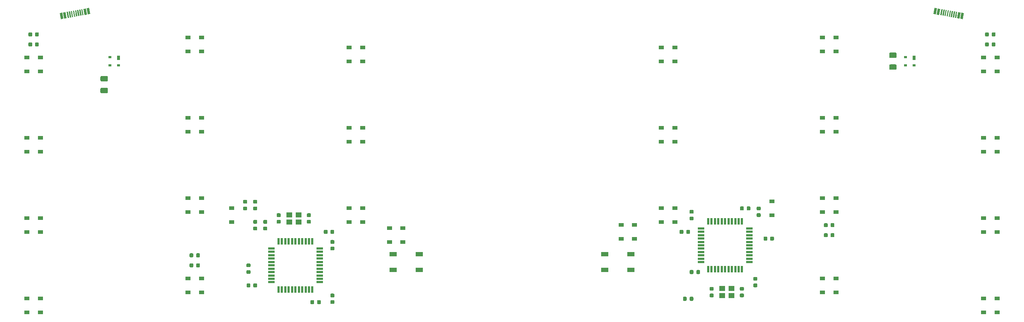
<source format=gbp>
G04 #@! TF.GenerationSoftware,KiCad,Pcbnew,(5.1.4)-1*
G04 #@! TF.CreationDate,2019-09-30T23:05:28-07:00*
G04 #@! TF.ProjectId,Orbit,4f726269-742e-46b6-9963-61645f706362,rev?*
G04 #@! TF.SameCoordinates,Original*
G04 #@! TF.FileFunction,Paste,Bot*
G04 #@! TF.FilePolarity,Positive*
%FSLAX46Y46*%
G04 Gerber Fmt 4.6, Leading zero omitted, Abs format (unit mm)*
G04 Created by KiCad (PCBNEW (5.1.4)-1) date 2019-09-30 23:05:28*
%MOMM*%
%LPD*%
G04 APERTURE LIST*
%ADD10R,0.550000X1.500000*%
%ADD11R,1.500000X0.550000*%
%ADD12C,0.100000*%
%ADD13C,0.875000*%
%ADD14R,1.400000X1.200000*%
%ADD15C,0.600000*%
%ADD16C,0.300000*%
%ADD17R,0.700000X1.000000*%
%ADD18R,0.700000X0.600000*%
%ADD19R,1.800000X1.100000*%
%ADD20C,1.250000*%
%ADD21R,1.200000X0.900000*%
G04 APERTURE END LIST*
D10*
X200850000Y-86375000D03*
X200050000Y-86375000D03*
X199250000Y-86375000D03*
X198450000Y-86375000D03*
X197650000Y-86375000D03*
X196850000Y-86375000D03*
X196050000Y-86375000D03*
X195250000Y-86375000D03*
X194450000Y-86375000D03*
X193650000Y-86375000D03*
X192850000Y-86375000D03*
D11*
X191150000Y-88075000D03*
X191150000Y-88875000D03*
X191150000Y-89675000D03*
X191150000Y-90475000D03*
X191150000Y-91275000D03*
X191150000Y-92075000D03*
X191150000Y-92875000D03*
X191150000Y-93675000D03*
X191150000Y-94475000D03*
X191150000Y-95275000D03*
X191150000Y-96075000D03*
D10*
X192850000Y-97775000D03*
X193650000Y-97775000D03*
X194450000Y-97775000D03*
X195250000Y-97775000D03*
X196050000Y-97775000D03*
X196850000Y-97775000D03*
X197650000Y-97775000D03*
X198450000Y-97775000D03*
X199250000Y-97775000D03*
X200050000Y-97775000D03*
X200850000Y-97775000D03*
D11*
X202550000Y-96075000D03*
X202550000Y-95275000D03*
X202550000Y-94475000D03*
X202550000Y-93675000D03*
X202550000Y-92875000D03*
X202550000Y-92075000D03*
X202550000Y-91275000D03*
X202550000Y-90475000D03*
X202550000Y-89675000D03*
X202550000Y-88875000D03*
X202550000Y-88075000D03*
D12*
G36*
X189190191Y-83707303D02*
G01*
X189211426Y-83710453D01*
X189232250Y-83715669D01*
X189252462Y-83722901D01*
X189271868Y-83732080D01*
X189290281Y-83743116D01*
X189307524Y-83755904D01*
X189323430Y-83770320D01*
X189337846Y-83786226D01*
X189350634Y-83803469D01*
X189361670Y-83821882D01*
X189370849Y-83841288D01*
X189378081Y-83861500D01*
X189383297Y-83882324D01*
X189386447Y-83903559D01*
X189387500Y-83925000D01*
X189387500Y-84362500D01*
X189386447Y-84383941D01*
X189383297Y-84405176D01*
X189378081Y-84426000D01*
X189370849Y-84446212D01*
X189361670Y-84465618D01*
X189350634Y-84484031D01*
X189337846Y-84501274D01*
X189323430Y-84517180D01*
X189307524Y-84531596D01*
X189290281Y-84544384D01*
X189271868Y-84555420D01*
X189252462Y-84564599D01*
X189232250Y-84571831D01*
X189211426Y-84577047D01*
X189190191Y-84580197D01*
X189168750Y-84581250D01*
X188656250Y-84581250D01*
X188634809Y-84580197D01*
X188613574Y-84577047D01*
X188592750Y-84571831D01*
X188572538Y-84564599D01*
X188553132Y-84555420D01*
X188534719Y-84544384D01*
X188517476Y-84531596D01*
X188501570Y-84517180D01*
X188487154Y-84501274D01*
X188474366Y-84484031D01*
X188463330Y-84465618D01*
X188454151Y-84446212D01*
X188446919Y-84426000D01*
X188441703Y-84405176D01*
X188438553Y-84383941D01*
X188437500Y-84362500D01*
X188437500Y-83925000D01*
X188438553Y-83903559D01*
X188441703Y-83882324D01*
X188446919Y-83861500D01*
X188454151Y-83841288D01*
X188463330Y-83821882D01*
X188474366Y-83803469D01*
X188487154Y-83786226D01*
X188501570Y-83770320D01*
X188517476Y-83755904D01*
X188534719Y-83743116D01*
X188553132Y-83732080D01*
X188572538Y-83722901D01*
X188592750Y-83715669D01*
X188613574Y-83710453D01*
X188634809Y-83707303D01*
X188656250Y-83706250D01*
X189168750Y-83706250D01*
X189190191Y-83707303D01*
X189190191Y-83707303D01*
G37*
D13*
X188912500Y-84143750D03*
D12*
G36*
X189190191Y-85282303D02*
G01*
X189211426Y-85285453D01*
X189232250Y-85290669D01*
X189252462Y-85297901D01*
X189271868Y-85307080D01*
X189290281Y-85318116D01*
X189307524Y-85330904D01*
X189323430Y-85345320D01*
X189337846Y-85361226D01*
X189350634Y-85378469D01*
X189361670Y-85396882D01*
X189370849Y-85416288D01*
X189378081Y-85436500D01*
X189383297Y-85457324D01*
X189386447Y-85478559D01*
X189387500Y-85500000D01*
X189387500Y-85937500D01*
X189386447Y-85958941D01*
X189383297Y-85980176D01*
X189378081Y-86001000D01*
X189370849Y-86021212D01*
X189361670Y-86040618D01*
X189350634Y-86059031D01*
X189337846Y-86076274D01*
X189323430Y-86092180D01*
X189307524Y-86106596D01*
X189290281Y-86119384D01*
X189271868Y-86130420D01*
X189252462Y-86139599D01*
X189232250Y-86146831D01*
X189211426Y-86152047D01*
X189190191Y-86155197D01*
X189168750Y-86156250D01*
X188656250Y-86156250D01*
X188634809Y-86155197D01*
X188613574Y-86152047D01*
X188592750Y-86146831D01*
X188572538Y-86139599D01*
X188553132Y-86130420D01*
X188534719Y-86119384D01*
X188517476Y-86106596D01*
X188501570Y-86092180D01*
X188487154Y-86076274D01*
X188474366Y-86059031D01*
X188463330Y-86040618D01*
X188454151Y-86021212D01*
X188446919Y-86001000D01*
X188441703Y-85980176D01*
X188438553Y-85958941D01*
X188437500Y-85937500D01*
X188437500Y-85500000D01*
X188438553Y-85478559D01*
X188441703Y-85457324D01*
X188446919Y-85436500D01*
X188454151Y-85416288D01*
X188463330Y-85396882D01*
X188474366Y-85378469D01*
X188487154Y-85361226D01*
X188501570Y-85345320D01*
X188517476Y-85330904D01*
X188534719Y-85318116D01*
X188553132Y-85307080D01*
X188572538Y-85297901D01*
X188592750Y-85290669D01*
X188613574Y-85285453D01*
X188634809Y-85282303D01*
X188656250Y-85281250D01*
X189168750Y-85281250D01*
X189190191Y-85282303D01*
X189190191Y-85282303D01*
G37*
D13*
X188912500Y-85718750D03*
D12*
G36*
X84383941Y-101126053D02*
G01*
X84405176Y-101129203D01*
X84426000Y-101134419D01*
X84446212Y-101141651D01*
X84465618Y-101150830D01*
X84484031Y-101161866D01*
X84501274Y-101174654D01*
X84517180Y-101189070D01*
X84531596Y-101204976D01*
X84544384Y-101222219D01*
X84555420Y-101240632D01*
X84564599Y-101260038D01*
X84571831Y-101280250D01*
X84577047Y-101301074D01*
X84580197Y-101322309D01*
X84581250Y-101343750D01*
X84581250Y-101856250D01*
X84580197Y-101877691D01*
X84577047Y-101898926D01*
X84571831Y-101919750D01*
X84564599Y-101939962D01*
X84555420Y-101959368D01*
X84544384Y-101977781D01*
X84531596Y-101995024D01*
X84517180Y-102010930D01*
X84501274Y-102025346D01*
X84484031Y-102038134D01*
X84465618Y-102049170D01*
X84446212Y-102058349D01*
X84426000Y-102065581D01*
X84405176Y-102070797D01*
X84383941Y-102073947D01*
X84362500Y-102075000D01*
X83925000Y-102075000D01*
X83903559Y-102073947D01*
X83882324Y-102070797D01*
X83861500Y-102065581D01*
X83841288Y-102058349D01*
X83821882Y-102049170D01*
X83803469Y-102038134D01*
X83786226Y-102025346D01*
X83770320Y-102010930D01*
X83755904Y-101995024D01*
X83743116Y-101977781D01*
X83732080Y-101959368D01*
X83722901Y-101939962D01*
X83715669Y-101919750D01*
X83710453Y-101898926D01*
X83707303Y-101877691D01*
X83706250Y-101856250D01*
X83706250Y-101343750D01*
X83707303Y-101322309D01*
X83710453Y-101301074D01*
X83715669Y-101280250D01*
X83722901Y-101260038D01*
X83732080Y-101240632D01*
X83743116Y-101222219D01*
X83755904Y-101204976D01*
X83770320Y-101189070D01*
X83786226Y-101174654D01*
X83803469Y-101161866D01*
X83821882Y-101150830D01*
X83841288Y-101141651D01*
X83861500Y-101134419D01*
X83882324Y-101129203D01*
X83903559Y-101126053D01*
X83925000Y-101125000D01*
X84362500Y-101125000D01*
X84383941Y-101126053D01*
X84383941Y-101126053D01*
G37*
D13*
X84143750Y-101600000D03*
D12*
G36*
X85958941Y-101126053D02*
G01*
X85980176Y-101129203D01*
X86001000Y-101134419D01*
X86021212Y-101141651D01*
X86040618Y-101150830D01*
X86059031Y-101161866D01*
X86076274Y-101174654D01*
X86092180Y-101189070D01*
X86106596Y-101204976D01*
X86119384Y-101222219D01*
X86130420Y-101240632D01*
X86139599Y-101260038D01*
X86146831Y-101280250D01*
X86152047Y-101301074D01*
X86155197Y-101322309D01*
X86156250Y-101343750D01*
X86156250Y-101856250D01*
X86155197Y-101877691D01*
X86152047Y-101898926D01*
X86146831Y-101919750D01*
X86139599Y-101939962D01*
X86130420Y-101959368D01*
X86119384Y-101977781D01*
X86106596Y-101995024D01*
X86092180Y-102010930D01*
X86076274Y-102025346D01*
X86059031Y-102038134D01*
X86040618Y-102049170D01*
X86021212Y-102058349D01*
X86001000Y-102065581D01*
X85980176Y-102070797D01*
X85958941Y-102073947D01*
X85937500Y-102075000D01*
X85500000Y-102075000D01*
X85478559Y-102073947D01*
X85457324Y-102070797D01*
X85436500Y-102065581D01*
X85416288Y-102058349D01*
X85396882Y-102049170D01*
X85378469Y-102038134D01*
X85361226Y-102025346D01*
X85345320Y-102010930D01*
X85330904Y-101995024D01*
X85318116Y-101977781D01*
X85307080Y-101959368D01*
X85297901Y-101939962D01*
X85290669Y-101919750D01*
X85285453Y-101898926D01*
X85282303Y-101877691D01*
X85281250Y-101856250D01*
X85281250Y-101343750D01*
X85282303Y-101322309D01*
X85285453Y-101301074D01*
X85290669Y-101280250D01*
X85297901Y-101260038D01*
X85307080Y-101240632D01*
X85318116Y-101222219D01*
X85330904Y-101204976D01*
X85345320Y-101189070D01*
X85361226Y-101174654D01*
X85378469Y-101161866D01*
X85396882Y-101150830D01*
X85416288Y-101141651D01*
X85436500Y-101134419D01*
X85457324Y-101129203D01*
X85478559Y-101126053D01*
X85500000Y-101125000D01*
X85937500Y-101125000D01*
X85958941Y-101126053D01*
X85958941Y-101126053D01*
G37*
D13*
X85718750Y-101600000D03*
D10*
X91250000Y-102537500D03*
X92050000Y-102537500D03*
X92850000Y-102537500D03*
X93650000Y-102537500D03*
X94450000Y-102537500D03*
X95250000Y-102537500D03*
X96050000Y-102537500D03*
X96850000Y-102537500D03*
X97650000Y-102537500D03*
X98450000Y-102537500D03*
X99250000Y-102537500D03*
D11*
X100950000Y-100837500D03*
X100950000Y-100037500D03*
X100950000Y-99237500D03*
X100950000Y-98437500D03*
X100950000Y-97637500D03*
X100950000Y-96837500D03*
X100950000Y-96037500D03*
X100950000Y-95237500D03*
X100950000Y-94437500D03*
X100950000Y-93637500D03*
X100950000Y-92837500D03*
D10*
X99250000Y-91137500D03*
X98450000Y-91137500D03*
X97650000Y-91137500D03*
X96850000Y-91137500D03*
X96050000Y-91137500D03*
X95250000Y-91137500D03*
X94450000Y-91137500D03*
X93650000Y-91137500D03*
X92850000Y-91137500D03*
X92050000Y-91137500D03*
X91250000Y-91137500D03*
D11*
X89550000Y-92837500D03*
X89550000Y-93637500D03*
X89550000Y-94437500D03*
X89550000Y-95237500D03*
X89550000Y-96037500D03*
X89550000Y-96837500D03*
X89550000Y-97637500D03*
X89550000Y-98437500D03*
X89550000Y-99237500D03*
X89550000Y-100037500D03*
X89550000Y-100837500D03*
D14*
X196131000Y-104037500D03*
X198331000Y-104037500D03*
X198331000Y-102337500D03*
X196131000Y-102337500D03*
X95969000Y-84875000D03*
X93769000Y-84875000D03*
X93769000Y-86575000D03*
X95969000Y-86575000D03*
D15*
X252918252Y-37677661D03*
D12*
G36*
X252496915Y-38339552D02*
G01*
X252748705Y-36911581D01*
X253339589Y-37015770D01*
X253087799Y-38443741D01*
X252496915Y-38339552D01*
X252496915Y-38339552D01*
G37*
D15*
X246566242Y-36557630D03*
D12*
G36*
X246144905Y-37219521D02*
G01*
X246396695Y-35791550D01*
X246987579Y-35895739D01*
X246735789Y-37323710D01*
X246144905Y-37219521D01*
X246144905Y-37219521D01*
G37*
D15*
X252155026Y-37543084D03*
D12*
G36*
X251733689Y-38204975D02*
G01*
X251985479Y-36777004D01*
X252576363Y-36881193D01*
X252324573Y-38309164D01*
X251733689Y-38204975D01*
X251733689Y-38204975D01*
G37*
D15*
X247329468Y-36692208D03*
D12*
G36*
X246908131Y-37354099D02*
G01*
X247159921Y-35926128D01*
X247750805Y-36030317D01*
X247499015Y-37458288D01*
X246908131Y-37354099D01*
X246908131Y-37354099D01*
G37*
D16*
X248018834Y-36813761D03*
D12*
G36*
X247745218Y-37501699D02*
G01*
X247997008Y-36073728D01*
X248292450Y-36125823D01*
X248040660Y-37553794D01*
X247745218Y-37501699D01*
X247745218Y-37501699D01*
G37*
D16*
X251465661Y-37421530D03*
D12*
G36*
X251192045Y-38109468D02*
G01*
X251443835Y-36681497D01*
X251739277Y-36733592D01*
X251487487Y-38161563D01*
X251192045Y-38109468D01*
X251192045Y-38109468D01*
G37*
D16*
X248511238Y-36900585D03*
D12*
G36*
X248237622Y-37588523D02*
G01*
X248489412Y-36160552D01*
X248784854Y-36212647D01*
X248533064Y-37640618D01*
X248237622Y-37588523D01*
X248237622Y-37588523D01*
G37*
D16*
X250973257Y-37334706D03*
D12*
G36*
X250699641Y-38022644D02*
G01*
X250951431Y-36594673D01*
X251246873Y-36646768D01*
X250995083Y-38074739D01*
X250699641Y-38022644D01*
X250699641Y-38022644D01*
G37*
D16*
X249003641Y-36987410D03*
D12*
G36*
X248730025Y-37675348D02*
G01*
X248981815Y-36247377D01*
X249277257Y-36299472D01*
X249025467Y-37727443D01*
X248730025Y-37675348D01*
X248730025Y-37675348D01*
G37*
D16*
X250480853Y-37247882D03*
D12*
G36*
X250207237Y-37935820D02*
G01*
X250459027Y-36507849D01*
X250754469Y-36559944D01*
X250502679Y-37987915D01*
X250207237Y-37935820D01*
X250207237Y-37935820D01*
G37*
D16*
X249988449Y-37161058D03*
D12*
G36*
X249714833Y-37848996D02*
G01*
X249966623Y-36421025D01*
X250262065Y-36473120D01*
X250010275Y-37901091D01*
X249714833Y-37848996D01*
X249714833Y-37848996D01*
G37*
D16*
X249496045Y-37074234D03*
D12*
G36*
X249222429Y-37762172D02*
G01*
X249474219Y-36334201D01*
X249769661Y-36386296D01*
X249517871Y-37814267D01*
X249222429Y-37762172D01*
X249222429Y-37762172D01*
G37*
D15*
X46327508Y-36557630D03*
D12*
G36*
X46157961Y-37323710D02*
G01*
X45906171Y-35895739D01*
X46497055Y-35791550D01*
X46748845Y-37219521D01*
X46157961Y-37323710D01*
X46157961Y-37323710D01*
G37*
D15*
X39975498Y-37677661D03*
D12*
G36*
X39805951Y-38443741D02*
G01*
X39554161Y-37015770D01*
X40145045Y-36911581D01*
X40396835Y-38339552D01*
X39805951Y-38443741D01*
X39805951Y-38443741D01*
G37*
D15*
X45564282Y-36692208D03*
D12*
G36*
X45394735Y-37458288D02*
G01*
X45142945Y-36030317D01*
X45733829Y-35926128D01*
X45985619Y-37354099D01*
X45394735Y-37458288D01*
X45394735Y-37458288D01*
G37*
D15*
X40738724Y-37543084D03*
D12*
G36*
X40569177Y-38309164D02*
G01*
X40317387Y-36881193D01*
X40908271Y-36777004D01*
X41160061Y-38204975D01*
X40569177Y-38309164D01*
X40569177Y-38309164D01*
G37*
D16*
X41428089Y-37421530D03*
D12*
G36*
X41406263Y-38161563D02*
G01*
X41154473Y-36733592D01*
X41449915Y-36681497D01*
X41701705Y-38109468D01*
X41406263Y-38161563D01*
X41406263Y-38161563D01*
G37*
D16*
X44874916Y-36813761D03*
D12*
G36*
X44853090Y-37553794D02*
G01*
X44601300Y-36125823D01*
X44896742Y-36073728D01*
X45148532Y-37501699D01*
X44853090Y-37553794D01*
X44853090Y-37553794D01*
G37*
D16*
X41920493Y-37334706D03*
D12*
G36*
X41898667Y-38074739D02*
G01*
X41646877Y-36646768D01*
X41942319Y-36594673D01*
X42194109Y-38022644D01*
X41898667Y-38074739D01*
X41898667Y-38074739D01*
G37*
D16*
X44382512Y-36900585D03*
D12*
G36*
X44360686Y-37640618D02*
G01*
X44108896Y-36212647D01*
X44404338Y-36160552D01*
X44656128Y-37588523D01*
X44360686Y-37640618D01*
X44360686Y-37640618D01*
G37*
D16*
X42412897Y-37247882D03*
D12*
G36*
X42391071Y-37987915D02*
G01*
X42139281Y-36559944D01*
X42434723Y-36507849D01*
X42686513Y-37935820D01*
X42391071Y-37987915D01*
X42391071Y-37987915D01*
G37*
D16*
X43890109Y-36987410D03*
D12*
G36*
X43868283Y-37727443D02*
G01*
X43616493Y-36299472D01*
X43911935Y-36247377D01*
X44163725Y-37675348D01*
X43868283Y-37727443D01*
X43868283Y-37727443D01*
G37*
D16*
X43397705Y-37074234D03*
D12*
G36*
X43375879Y-37814267D02*
G01*
X43124089Y-36386296D01*
X43419531Y-36334201D01*
X43671321Y-37762172D01*
X43375879Y-37814267D01*
X43375879Y-37814267D01*
G37*
D16*
X42905301Y-37161058D03*
D12*
G36*
X42883475Y-37901091D02*
G01*
X42631685Y-36473120D01*
X42927127Y-36421025D01*
X43178917Y-37848996D01*
X42883475Y-37901091D01*
X42883475Y-37901091D01*
G37*
D17*
X241506250Y-47668750D03*
D18*
X239506250Y-47468750D03*
X241506250Y-49368750D03*
X239506250Y-49368750D03*
D17*
X53387500Y-47668750D03*
D18*
X51387500Y-47468750D03*
X53387500Y-49368750D03*
X51387500Y-49368750D03*
D19*
X168350000Y-94193750D03*
X174550000Y-97893750D03*
X168350000Y-97893750D03*
X174550000Y-94193750D03*
X124543750Y-97893750D03*
X118343750Y-94193750D03*
X124543750Y-94193750D03*
X118343750Y-97893750D03*
D12*
G36*
X189146441Y-104301053D02*
G01*
X189167676Y-104304203D01*
X189188500Y-104309419D01*
X189208712Y-104316651D01*
X189228118Y-104325830D01*
X189246531Y-104336866D01*
X189263774Y-104349654D01*
X189279680Y-104364070D01*
X189294096Y-104379976D01*
X189306884Y-104397219D01*
X189317920Y-104415632D01*
X189327099Y-104435038D01*
X189334331Y-104455250D01*
X189339547Y-104476074D01*
X189342697Y-104497309D01*
X189343750Y-104518750D01*
X189343750Y-105031250D01*
X189342697Y-105052691D01*
X189339547Y-105073926D01*
X189334331Y-105094750D01*
X189327099Y-105114962D01*
X189317920Y-105134368D01*
X189306884Y-105152781D01*
X189294096Y-105170024D01*
X189279680Y-105185930D01*
X189263774Y-105200346D01*
X189246531Y-105213134D01*
X189228118Y-105224170D01*
X189208712Y-105233349D01*
X189188500Y-105240581D01*
X189167676Y-105245797D01*
X189146441Y-105248947D01*
X189125000Y-105250000D01*
X188687500Y-105250000D01*
X188666059Y-105248947D01*
X188644824Y-105245797D01*
X188624000Y-105240581D01*
X188603788Y-105233349D01*
X188584382Y-105224170D01*
X188565969Y-105213134D01*
X188548726Y-105200346D01*
X188532820Y-105185930D01*
X188518404Y-105170024D01*
X188505616Y-105152781D01*
X188494580Y-105134368D01*
X188485401Y-105114962D01*
X188478169Y-105094750D01*
X188472953Y-105073926D01*
X188469803Y-105052691D01*
X188468750Y-105031250D01*
X188468750Y-104518750D01*
X188469803Y-104497309D01*
X188472953Y-104476074D01*
X188478169Y-104455250D01*
X188485401Y-104435038D01*
X188494580Y-104415632D01*
X188505616Y-104397219D01*
X188518404Y-104379976D01*
X188532820Y-104364070D01*
X188548726Y-104349654D01*
X188565969Y-104336866D01*
X188584382Y-104325830D01*
X188603788Y-104316651D01*
X188624000Y-104309419D01*
X188644824Y-104304203D01*
X188666059Y-104301053D01*
X188687500Y-104300000D01*
X189125000Y-104300000D01*
X189146441Y-104301053D01*
X189146441Y-104301053D01*
G37*
D13*
X188906250Y-104775000D03*
D12*
G36*
X187571441Y-104301053D02*
G01*
X187592676Y-104304203D01*
X187613500Y-104309419D01*
X187633712Y-104316651D01*
X187653118Y-104325830D01*
X187671531Y-104336866D01*
X187688774Y-104349654D01*
X187704680Y-104364070D01*
X187719096Y-104379976D01*
X187731884Y-104397219D01*
X187742920Y-104415632D01*
X187752099Y-104435038D01*
X187759331Y-104455250D01*
X187764547Y-104476074D01*
X187767697Y-104497309D01*
X187768750Y-104518750D01*
X187768750Y-105031250D01*
X187767697Y-105052691D01*
X187764547Y-105073926D01*
X187759331Y-105094750D01*
X187752099Y-105114962D01*
X187742920Y-105134368D01*
X187731884Y-105152781D01*
X187719096Y-105170024D01*
X187704680Y-105185930D01*
X187688774Y-105200346D01*
X187671531Y-105213134D01*
X187653118Y-105224170D01*
X187633712Y-105233349D01*
X187613500Y-105240581D01*
X187592676Y-105245797D01*
X187571441Y-105248947D01*
X187550000Y-105250000D01*
X187112500Y-105250000D01*
X187091059Y-105248947D01*
X187069824Y-105245797D01*
X187049000Y-105240581D01*
X187028788Y-105233349D01*
X187009382Y-105224170D01*
X186990969Y-105213134D01*
X186973726Y-105200346D01*
X186957820Y-105185930D01*
X186943404Y-105170024D01*
X186930616Y-105152781D01*
X186919580Y-105134368D01*
X186910401Y-105114962D01*
X186903169Y-105094750D01*
X186897953Y-105073926D01*
X186894803Y-105052691D01*
X186893750Y-105031250D01*
X186893750Y-104518750D01*
X186894803Y-104497309D01*
X186897953Y-104476074D01*
X186903169Y-104455250D01*
X186910401Y-104435038D01*
X186919580Y-104415632D01*
X186930616Y-104397219D01*
X186943404Y-104379976D01*
X186957820Y-104364070D01*
X186973726Y-104349654D01*
X186990969Y-104336866D01*
X187009382Y-104325830D01*
X187028788Y-104316651D01*
X187049000Y-104309419D01*
X187069824Y-104304203D01*
X187091059Y-104301053D01*
X187112500Y-104300000D01*
X187550000Y-104300000D01*
X187571441Y-104301053D01*
X187571441Y-104301053D01*
G37*
D13*
X187331250Y-104775000D03*
D12*
G36*
X102640191Y-88426053D02*
G01*
X102661426Y-88429203D01*
X102682250Y-88434419D01*
X102702462Y-88441651D01*
X102721868Y-88450830D01*
X102740281Y-88461866D01*
X102757524Y-88474654D01*
X102773430Y-88489070D01*
X102787846Y-88504976D01*
X102800634Y-88522219D01*
X102811670Y-88540632D01*
X102820849Y-88560038D01*
X102828081Y-88580250D01*
X102833297Y-88601074D01*
X102836447Y-88622309D01*
X102837500Y-88643750D01*
X102837500Y-89156250D01*
X102836447Y-89177691D01*
X102833297Y-89198926D01*
X102828081Y-89219750D01*
X102820849Y-89239962D01*
X102811670Y-89259368D01*
X102800634Y-89277781D01*
X102787846Y-89295024D01*
X102773430Y-89310930D01*
X102757524Y-89325346D01*
X102740281Y-89338134D01*
X102721868Y-89349170D01*
X102702462Y-89358349D01*
X102682250Y-89365581D01*
X102661426Y-89370797D01*
X102640191Y-89373947D01*
X102618750Y-89375000D01*
X102181250Y-89375000D01*
X102159809Y-89373947D01*
X102138574Y-89370797D01*
X102117750Y-89365581D01*
X102097538Y-89358349D01*
X102078132Y-89349170D01*
X102059719Y-89338134D01*
X102042476Y-89325346D01*
X102026570Y-89310930D01*
X102012154Y-89295024D01*
X101999366Y-89277781D01*
X101988330Y-89259368D01*
X101979151Y-89239962D01*
X101971919Y-89219750D01*
X101966703Y-89198926D01*
X101963553Y-89177691D01*
X101962500Y-89156250D01*
X101962500Y-88643750D01*
X101963553Y-88622309D01*
X101966703Y-88601074D01*
X101971919Y-88580250D01*
X101979151Y-88560038D01*
X101988330Y-88540632D01*
X101999366Y-88522219D01*
X102012154Y-88504976D01*
X102026570Y-88489070D01*
X102042476Y-88474654D01*
X102059719Y-88461866D01*
X102078132Y-88450830D01*
X102097538Y-88441651D01*
X102117750Y-88434419D01*
X102138574Y-88429203D01*
X102159809Y-88426053D01*
X102181250Y-88425000D01*
X102618750Y-88425000D01*
X102640191Y-88426053D01*
X102640191Y-88426053D01*
G37*
D13*
X102400000Y-88900000D03*
D12*
G36*
X104215191Y-88426053D02*
G01*
X104236426Y-88429203D01*
X104257250Y-88434419D01*
X104277462Y-88441651D01*
X104296868Y-88450830D01*
X104315281Y-88461866D01*
X104332524Y-88474654D01*
X104348430Y-88489070D01*
X104362846Y-88504976D01*
X104375634Y-88522219D01*
X104386670Y-88540632D01*
X104395849Y-88560038D01*
X104403081Y-88580250D01*
X104408297Y-88601074D01*
X104411447Y-88622309D01*
X104412500Y-88643750D01*
X104412500Y-89156250D01*
X104411447Y-89177691D01*
X104408297Y-89198926D01*
X104403081Y-89219750D01*
X104395849Y-89239962D01*
X104386670Y-89259368D01*
X104375634Y-89277781D01*
X104362846Y-89295024D01*
X104348430Y-89310930D01*
X104332524Y-89325346D01*
X104315281Y-89338134D01*
X104296868Y-89349170D01*
X104277462Y-89358349D01*
X104257250Y-89365581D01*
X104236426Y-89370797D01*
X104215191Y-89373947D01*
X104193750Y-89375000D01*
X103756250Y-89375000D01*
X103734809Y-89373947D01*
X103713574Y-89370797D01*
X103692750Y-89365581D01*
X103672538Y-89358349D01*
X103653132Y-89349170D01*
X103634719Y-89338134D01*
X103617476Y-89325346D01*
X103601570Y-89310930D01*
X103587154Y-89295024D01*
X103574366Y-89277781D01*
X103563330Y-89259368D01*
X103554151Y-89239962D01*
X103546919Y-89219750D01*
X103541703Y-89198926D01*
X103538553Y-89177691D01*
X103537500Y-89156250D01*
X103537500Y-88643750D01*
X103538553Y-88622309D01*
X103541703Y-88601074D01*
X103546919Y-88580250D01*
X103554151Y-88560038D01*
X103563330Y-88540632D01*
X103574366Y-88522219D01*
X103587154Y-88504976D01*
X103601570Y-88489070D01*
X103617476Y-88474654D01*
X103634719Y-88461866D01*
X103653132Y-88450830D01*
X103672538Y-88441651D01*
X103692750Y-88434419D01*
X103713574Y-88429203D01*
X103734809Y-88426053D01*
X103756250Y-88425000D01*
X104193750Y-88425000D01*
X104215191Y-88426053D01*
X104215191Y-88426053D01*
G37*
D13*
X103975000Y-88900000D03*
D12*
G36*
X260583941Y-43976053D02*
G01*
X260605176Y-43979203D01*
X260626000Y-43984419D01*
X260646212Y-43991651D01*
X260665618Y-44000830D01*
X260684031Y-44011866D01*
X260701274Y-44024654D01*
X260717180Y-44039070D01*
X260731596Y-44054976D01*
X260744384Y-44072219D01*
X260755420Y-44090632D01*
X260764599Y-44110038D01*
X260771831Y-44130250D01*
X260777047Y-44151074D01*
X260780197Y-44172309D01*
X260781250Y-44193750D01*
X260781250Y-44706250D01*
X260780197Y-44727691D01*
X260777047Y-44748926D01*
X260771831Y-44769750D01*
X260764599Y-44789962D01*
X260755420Y-44809368D01*
X260744384Y-44827781D01*
X260731596Y-44845024D01*
X260717180Y-44860930D01*
X260701274Y-44875346D01*
X260684031Y-44888134D01*
X260665618Y-44899170D01*
X260646212Y-44908349D01*
X260626000Y-44915581D01*
X260605176Y-44920797D01*
X260583941Y-44923947D01*
X260562500Y-44925000D01*
X260125000Y-44925000D01*
X260103559Y-44923947D01*
X260082324Y-44920797D01*
X260061500Y-44915581D01*
X260041288Y-44908349D01*
X260021882Y-44899170D01*
X260003469Y-44888134D01*
X259986226Y-44875346D01*
X259970320Y-44860930D01*
X259955904Y-44845024D01*
X259943116Y-44827781D01*
X259932080Y-44809368D01*
X259922901Y-44789962D01*
X259915669Y-44769750D01*
X259910453Y-44748926D01*
X259907303Y-44727691D01*
X259906250Y-44706250D01*
X259906250Y-44193750D01*
X259907303Y-44172309D01*
X259910453Y-44151074D01*
X259915669Y-44130250D01*
X259922901Y-44110038D01*
X259932080Y-44090632D01*
X259943116Y-44072219D01*
X259955904Y-44054976D01*
X259970320Y-44039070D01*
X259986226Y-44024654D01*
X260003469Y-44011866D01*
X260021882Y-44000830D01*
X260041288Y-43991651D01*
X260061500Y-43984419D01*
X260082324Y-43979203D01*
X260103559Y-43976053D01*
X260125000Y-43975000D01*
X260562500Y-43975000D01*
X260583941Y-43976053D01*
X260583941Y-43976053D01*
G37*
D13*
X260343750Y-44450000D03*
D12*
G36*
X259008941Y-43976053D02*
G01*
X259030176Y-43979203D01*
X259051000Y-43984419D01*
X259071212Y-43991651D01*
X259090618Y-44000830D01*
X259109031Y-44011866D01*
X259126274Y-44024654D01*
X259142180Y-44039070D01*
X259156596Y-44054976D01*
X259169384Y-44072219D01*
X259180420Y-44090632D01*
X259189599Y-44110038D01*
X259196831Y-44130250D01*
X259202047Y-44151074D01*
X259205197Y-44172309D01*
X259206250Y-44193750D01*
X259206250Y-44706250D01*
X259205197Y-44727691D01*
X259202047Y-44748926D01*
X259196831Y-44769750D01*
X259189599Y-44789962D01*
X259180420Y-44809368D01*
X259169384Y-44827781D01*
X259156596Y-44845024D01*
X259142180Y-44860930D01*
X259126274Y-44875346D01*
X259109031Y-44888134D01*
X259090618Y-44899170D01*
X259071212Y-44908349D01*
X259051000Y-44915581D01*
X259030176Y-44920797D01*
X259008941Y-44923947D01*
X258987500Y-44925000D01*
X258550000Y-44925000D01*
X258528559Y-44923947D01*
X258507324Y-44920797D01*
X258486500Y-44915581D01*
X258466288Y-44908349D01*
X258446882Y-44899170D01*
X258428469Y-44888134D01*
X258411226Y-44875346D01*
X258395320Y-44860930D01*
X258380904Y-44845024D01*
X258368116Y-44827781D01*
X258357080Y-44809368D01*
X258347901Y-44789962D01*
X258340669Y-44769750D01*
X258335453Y-44748926D01*
X258332303Y-44727691D01*
X258331250Y-44706250D01*
X258331250Y-44193750D01*
X258332303Y-44172309D01*
X258335453Y-44151074D01*
X258340669Y-44130250D01*
X258347901Y-44110038D01*
X258357080Y-44090632D01*
X258368116Y-44072219D01*
X258380904Y-44054976D01*
X258395320Y-44039070D01*
X258411226Y-44024654D01*
X258428469Y-44011866D01*
X258446882Y-44000830D01*
X258466288Y-43991651D01*
X258486500Y-43984419D01*
X258507324Y-43979203D01*
X258528559Y-43976053D01*
X258550000Y-43975000D01*
X258987500Y-43975000D01*
X259008941Y-43976053D01*
X259008941Y-43976053D01*
G37*
D13*
X258768750Y-44450000D03*
D12*
G36*
X260583941Y-41594803D02*
G01*
X260605176Y-41597953D01*
X260626000Y-41603169D01*
X260646212Y-41610401D01*
X260665618Y-41619580D01*
X260684031Y-41630616D01*
X260701274Y-41643404D01*
X260717180Y-41657820D01*
X260731596Y-41673726D01*
X260744384Y-41690969D01*
X260755420Y-41709382D01*
X260764599Y-41728788D01*
X260771831Y-41749000D01*
X260777047Y-41769824D01*
X260780197Y-41791059D01*
X260781250Y-41812500D01*
X260781250Y-42325000D01*
X260780197Y-42346441D01*
X260777047Y-42367676D01*
X260771831Y-42388500D01*
X260764599Y-42408712D01*
X260755420Y-42428118D01*
X260744384Y-42446531D01*
X260731596Y-42463774D01*
X260717180Y-42479680D01*
X260701274Y-42494096D01*
X260684031Y-42506884D01*
X260665618Y-42517920D01*
X260646212Y-42527099D01*
X260626000Y-42534331D01*
X260605176Y-42539547D01*
X260583941Y-42542697D01*
X260562500Y-42543750D01*
X260125000Y-42543750D01*
X260103559Y-42542697D01*
X260082324Y-42539547D01*
X260061500Y-42534331D01*
X260041288Y-42527099D01*
X260021882Y-42517920D01*
X260003469Y-42506884D01*
X259986226Y-42494096D01*
X259970320Y-42479680D01*
X259955904Y-42463774D01*
X259943116Y-42446531D01*
X259932080Y-42428118D01*
X259922901Y-42408712D01*
X259915669Y-42388500D01*
X259910453Y-42367676D01*
X259907303Y-42346441D01*
X259906250Y-42325000D01*
X259906250Y-41812500D01*
X259907303Y-41791059D01*
X259910453Y-41769824D01*
X259915669Y-41749000D01*
X259922901Y-41728788D01*
X259932080Y-41709382D01*
X259943116Y-41690969D01*
X259955904Y-41673726D01*
X259970320Y-41657820D01*
X259986226Y-41643404D01*
X260003469Y-41630616D01*
X260021882Y-41619580D01*
X260041288Y-41610401D01*
X260061500Y-41603169D01*
X260082324Y-41597953D01*
X260103559Y-41594803D01*
X260125000Y-41593750D01*
X260562500Y-41593750D01*
X260583941Y-41594803D01*
X260583941Y-41594803D01*
G37*
D13*
X260343750Y-42068750D03*
D12*
G36*
X259008941Y-41594803D02*
G01*
X259030176Y-41597953D01*
X259051000Y-41603169D01*
X259071212Y-41610401D01*
X259090618Y-41619580D01*
X259109031Y-41630616D01*
X259126274Y-41643404D01*
X259142180Y-41657820D01*
X259156596Y-41673726D01*
X259169384Y-41690969D01*
X259180420Y-41709382D01*
X259189599Y-41728788D01*
X259196831Y-41749000D01*
X259202047Y-41769824D01*
X259205197Y-41791059D01*
X259206250Y-41812500D01*
X259206250Y-42325000D01*
X259205197Y-42346441D01*
X259202047Y-42367676D01*
X259196831Y-42388500D01*
X259189599Y-42408712D01*
X259180420Y-42428118D01*
X259169384Y-42446531D01*
X259156596Y-42463774D01*
X259142180Y-42479680D01*
X259126274Y-42494096D01*
X259109031Y-42506884D01*
X259090618Y-42517920D01*
X259071212Y-42527099D01*
X259051000Y-42534331D01*
X259030176Y-42539547D01*
X259008941Y-42542697D01*
X258987500Y-42543750D01*
X258550000Y-42543750D01*
X258528559Y-42542697D01*
X258507324Y-42539547D01*
X258486500Y-42534331D01*
X258466288Y-42527099D01*
X258446882Y-42517920D01*
X258428469Y-42506884D01*
X258411226Y-42494096D01*
X258395320Y-42479680D01*
X258380904Y-42463774D01*
X258368116Y-42446531D01*
X258357080Y-42428118D01*
X258347901Y-42408712D01*
X258340669Y-42388500D01*
X258335453Y-42367676D01*
X258332303Y-42346441D01*
X258331250Y-42325000D01*
X258331250Y-41812500D01*
X258332303Y-41791059D01*
X258335453Y-41769824D01*
X258340669Y-41749000D01*
X258347901Y-41728788D01*
X258357080Y-41709382D01*
X258368116Y-41690969D01*
X258380904Y-41673726D01*
X258395320Y-41657820D01*
X258411226Y-41643404D01*
X258428469Y-41630616D01*
X258446882Y-41619580D01*
X258466288Y-41610401D01*
X258486500Y-41603169D01*
X258507324Y-41597953D01*
X258528559Y-41594803D01*
X258550000Y-41593750D01*
X258987500Y-41593750D01*
X259008941Y-41594803D01*
X259008941Y-41594803D01*
G37*
D13*
X258768750Y-42068750D03*
D12*
G36*
X222483941Y-86838553D02*
G01*
X222505176Y-86841703D01*
X222526000Y-86846919D01*
X222546212Y-86854151D01*
X222565618Y-86863330D01*
X222584031Y-86874366D01*
X222601274Y-86887154D01*
X222617180Y-86901570D01*
X222631596Y-86917476D01*
X222644384Y-86934719D01*
X222655420Y-86953132D01*
X222664599Y-86972538D01*
X222671831Y-86992750D01*
X222677047Y-87013574D01*
X222680197Y-87034809D01*
X222681250Y-87056250D01*
X222681250Y-87568750D01*
X222680197Y-87590191D01*
X222677047Y-87611426D01*
X222671831Y-87632250D01*
X222664599Y-87652462D01*
X222655420Y-87671868D01*
X222644384Y-87690281D01*
X222631596Y-87707524D01*
X222617180Y-87723430D01*
X222601274Y-87737846D01*
X222584031Y-87750634D01*
X222565618Y-87761670D01*
X222546212Y-87770849D01*
X222526000Y-87778081D01*
X222505176Y-87783297D01*
X222483941Y-87786447D01*
X222462500Y-87787500D01*
X222025000Y-87787500D01*
X222003559Y-87786447D01*
X221982324Y-87783297D01*
X221961500Y-87778081D01*
X221941288Y-87770849D01*
X221921882Y-87761670D01*
X221903469Y-87750634D01*
X221886226Y-87737846D01*
X221870320Y-87723430D01*
X221855904Y-87707524D01*
X221843116Y-87690281D01*
X221832080Y-87671868D01*
X221822901Y-87652462D01*
X221815669Y-87632250D01*
X221810453Y-87611426D01*
X221807303Y-87590191D01*
X221806250Y-87568750D01*
X221806250Y-87056250D01*
X221807303Y-87034809D01*
X221810453Y-87013574D01*
X221815669Y-86992750D01*
X221822901Y-86972538D01*
X221832080Y-86953132D01*
X221843116Y-86934719D01*
X221855904Y-86917476D01*
X221870320Y-86901570D01*
X221886226Y-86887154D01*
X221903469Y-86874366D01*
X221921882Y-86863330D01*
X221941288Y-86854151D01*
X221961500Y-86846919D01*
X221982324Y-86841703D01*
X222003559Y-86838553D01*
X222025000Y-86837500D01*
X222462500Y-86837500D01*
X222483941Y-86838553D01*
X222483941Y-86838553D01*
G37*
D13*
X222243750Y-87312500D03*
D12*
G36*
X220908941Y-86838553D02*
G01*
X220930176Y-86841703D01*
X220951000Y-86846919D01*
X220971212Y-86854151D01*
X220990618Y-86863330D01*
X221009031Y-86874366D01*
X221026274Y-86887154D01*
X221042180Y-86901570D01*
X221056596Y-86917476D01*
X221069384Y-86934719D01*
X221080420Y-86953132D01*
X221089599Y-86972538D01*
X221096831Y-86992750D01*
X221102047Y-87013574D01*
X221105197Y-87034809D01*
X221106250Y-87056250D01*
X221106250Y-87568750D01*
X221105197Y-87590191D01*
X221102047Y-87611426D01*
X221096831Y-87632250D01*
X221089599Y-87652462D01*
X221080420Y-87671868D01*
X221069384Y-87690281D01*
X221056596Y-87707524D01*
X221042180Y-87723430D01*
X221026274Y-87737846D01*
X221009031Y-87750634D01*
X220990618Y-87761670D01*
X220971212Y-87770849D01*
X220951000Y-87778081D01*
X220930176Y-87783297D01*
X220908941Y-87786447D01*
X220887500Y-87787500D01*
X220450000Y-87787500D01*
X220428559Y-87786447D01*
X220407324Y-87783297D01*
X220386500Y-87778081D01*
X220366288Y-87770849D01*
X220346882Y-87761670D01*
X220328469Y-87750634D01*
X220311226Y-87737846D01*
X220295320Y-87723430D01*
X220280904Y-87707524D01*
X220268116Y-87690281D01*
X220257080Y-87671868D01*
X220247901Y-87652462D01*
X220240669Y-87632250D01*
X220235453Y-87611426D01*
X220232303Y-87590191D01*
X220231250Y-87568750D01*
X220231250Y-87056250D01*
X220232303Y-87034809D01*
X220235453Y-87013574D01*
X220240669Y-86992750D01*
X220247901Y-86972538D01*
X220257080Y-86953132D01*
X220268116Y-86934719D01*
X220280904Y-86917476D01*
X220295320Y-86901570D01*
X220311226Y-86887154D01*
X220328469Y-86874366D01*
X220346882Y-86863330D01*
X220366288Y-86854151D01*
X220386500Y-86846919D01*
X220407324Y-86841703D01*
X220428559Y-86838553D01*
X220450000Y-86837500D01*
X220887500Y-86837500D01*
X220908941Y-86838553D01*
X220908941Y-86838553D01*
G37*
D13*
X220668750Y-87312500D03*
D12*
G36*
X222483941Y-89219803D02*
G01*
X222505176Y-89222953D01*
X222526000Y-89228169D01*
X222546212Y-89235401D01*
X222565618Y-89244580D01*
X222584031Y-89255616D01*
X222601274Y-89268404D01*
X222617180Y-89282820D01*
X222631596Y-89298726D01*
X222644384Y-89315969D01*
X222655420Y-89334382D01*
X222664599Y-89353788D01*
X222671831Y-89374000D01*
X222677047Y-89394824D01*
X222680197Y-89416059D01*
X222681250Y-89437500D01*
X222681250Y-89950000D01*
X222680197Y-89971441D01*
X222677047Y-89992676D01*
X222671831Y-90013500D01*
X222664599Y-90033712D01*
X222655420Y-90053118D01*
X222644384Y-90071531D01*
X222631596Y-90088774D01*
X222617180Y-90104680D01*
X222601274Y-90119096D01*
X222584031Y-90131884D01*
X222565618Y-90142920D01*
X222546212Y-90152099D01*
X222526000Y-90159331D01*
X222505176Y-90164547D01*
X222483941Y-90167697D01*
X222462500Y-90168750D01*
X222025000Y-90168750D01*
X222003559Y-90167697D01*
X221982324Y-90164547D01*
X221961500Y-90159331D01*
X221941288Y-90152099D01*
X221921882Y-90142920D01*
X221903469Y-90131884D01*
X221886226Y-90119096D01*
X221870320Y-90104680D01*
X221855904Y-90088774D01*
X221843116Y-90071531D01*
X221832080Y-90053118D01*
X221822901Y-90033712D01*
X221815669Y-90013500D01*
X221810453Y-89992676D01*
X221807303Y-89971441D01*
X221806250Y-89950000D01*
X221806250Y-89437500D01*
X221807303Y-89416059D01*
X221810453Y-89394824D01*
X221815669Y-89374000D01*
X221822901Y-89353788D01*
X221832080Y-89334382D01*
X221843116Y-89315969D01*
X221855904Y-89298726D01*
X221870320Y-89282820D01*
X221886226Y-89268404D01*
X221903469Y-89255616D01*
X221921882Y-89244580D01*
X221941288Y-89235401D01*
X221961500Y-89228169D01*
X221982324Y-89222953D01*
X222003559Y-89219803D01*
X222025000Y-89218750D01*
X222462500Y-89218750D01*
X222483941Y-89219803D01*
X222483941Y-89219803D01*
G37*
D13*
X222243750Y-89693750D03*
D12*
G36*
X220908941Y-89219803D02*
G01*
X220930176Y-89222953D01*
X220951000Y-89228169D01*
X220971212Y-89235401D01*
X220990618Y-89244580D01*
X221009031Y-89255616D01*
X221026274Y-89268404D01*
X221042180Y-89282820D01*
X221056596Y-89298726D01*
X221069384Y-89315969D01*
X221080420Y-89334382D01*
X221089599Y-89353788D01*
X221096831Y-89374000D01*
X221102047Y-89394824D01*
X221105197Y-89416059D01*
X221106250Y-89437500D01*
X221106250Y-89950000D01*
X221105197Y-89971441D01*
X221102047Y-89992676D01*
X221096831Y-90013500D01*
X221089599Y-90033712D01*
X221080420Y-90053118D01*
X221069384Y-90071531D01*
X221056596Y-90088774D01*
X221042180Y-90104680D01*
X221026274Y-90119096D01*
X221009031Y-90131884D01*
X220990618Y-90142920D01*
X220971212Y-90152099D01*
X220951000Y-90159331D01*
X220930176Y-90164547D01*
X220908941Y-90167697D01*
X220887500Y-90168750D01*
X220450000Y-90168750D01*
X220428559Y-90167697D01*
X220407324Y-90164547D01*
X220386500Y-90159331D01*
X220366288Y-90152099D01*
X220346882Y-90142920D01*
X220328469Y-90131884D01*
X220311226Y-90119096D01*
X220295320Y-90104680D01*
X220280904Y-90088774D01*
X220268116Y-90071531D01*
X220257080Y-90053118D01*
X220247901Y-90033712D01*
X220240669Y-90013500D01*
X220235453Y-89992676D01*
X220232303Y-89971441D01*
X220231250Y-89950000D01*
X220231250Y-89437500D01*
X220232303Y-89416059D01*
X220235453Y-89394824D01*
X220240669Y-89374000D01*
X220247901Y-89353788D01*
X220257080Y-89334382D01*
X220268116Y-89315969D01*
X220280904Y-89298726D01*
X220295320Y-89282820D01*
X220311226Y-89268404D01*
X220328469Y-89255616D01*
X220346882Y-89244580D01*
X220366288Y-89235401D01*
X220386500Y-89228169D01*
X220407324Y-89222953D01*
X220428559Y-89219803D01*
X220450000Y-89218750D01*
X220887500Y-89218750D01*
X220908941Y-89219803D01*
X220908941Y-89219803D01*
G37*
D13*
X220668750Y-89693750D03*
D12*
G36*
X188352691Y-88426053D02*
G01*
X188373926Y-88429203D01*
X188394750Y-88434419D01*
X188414962Y-88441651D01*
X188434368Y-88450830D01*
X188452781Y-88461866D01*
X188470024Y-88474654D01*
X188485930Y-88489070D01*
X188500346Y-88504976D01*
X188513134Y-88522219D01*
X188524170Y-88540632D01*
X188533349Y-88560038D01*
X188540581Y-88580250D01*
X188545797Y-88601074D01*
X188548947Y-88622309D01*
X188550000Y-88643750D01*
X188550000Y-89156250D01*
X188548947Y-89177691D01*
X188545797Y-89198926D01*
X188540581Y-89219750D01*
X188533349Y-89239962D01*
X188524170Y-89259368D01*
X188513134Y-89277781D01*
X188500346Y-89295024D01*
X188485930Y-89310930D01*
X188470024Y-89325346D01*
X188452781Y-89338134D01*
X188434368Y-89349170D01*
X188414962Y-89358349D01*
X188394750Y-89365581D01*
X188373926Y-89370797D01*
X188352691Y-89373947D01*
X188331250Y-89375000D01*
X187893750Y-89375000D01*
X187872309Y-89373947D01*
X187851074Y-89370797D01*
X187830250Y-89365581D01*
X187810038Y-89358349D01*
X187790632Y-89349170D01*
X187772219Y-89338134D01*
X187754976Y-89325346D01*
X187739070Y-89310930D01*
X187724654Y-89295024D01*
X187711866Y-89277781D01*
X187700830Y-89259368D01*
X187691651Y-89239962D01*
X187684419Y-89219750D01*
X187679203Y-89198926D01*
X187676053Y-89177691D01*
X187675000Y-89156250D01*
X187675000Y-88643750D01*
X187676053Y-88622309D01*
X187679203Y-88601074D01*
X187684419Y-88580250D01*
X187691651Y-88560038D01*
X187700830Y-88540632D01*
X187711866Y-88522219D01*
X187724654Y-88504976D01*
X187739070Y-88489070D01*
X187754976Y-88474654D01*
X187772219Y-88461866D01*
X187790632Y-88450830D01*
X187810038Y-88441651D01*
X187830250Y-88434419D01*
X187851074Y-88429203D01*
X187872309Y-88426053D01*
X187893750Y-88425000D01*
X188331250Y-88425000D01*
X188352691Y-88426053D01*
X188352691Y-88426053D01*
G37*
D13*
X188112500Y-88900000D03*
D12*
G36*
X186777691Y-88426053D02*
G01*
X186798926Y-88429203D01*
X186819750Y-88434419D01*
X186839962Y-88441651D01*
X186859368Y-88450830D01*
X186877781Y-88461866D01*
X186895024Y-88474654D01*
X186910930Y-88489070D01*
X186925346Y-88504976D01*
X186938134Y-88522219D01*
X186949170Y-88540632D01*
X186958349Y-88560038D01*
X186965581Y-88580250D01*
X186970797Y-88601074D01*
X186973947Y-88622309D01*
X186975000Y-88643750D01*
X186975000Y-89156250D01*
X186973947Y-89177691D01*
X186970797Y-89198926D01*
X186965581Y-89219750D01*
X186958349Y-89239962D01*
X186949170Y-89259368D01*
X186938134Y-89277781D01*
X186925346Y-89295024D01*
X186910930Y-89310930D01*
X186895024Y-89325346D01*
X186877781Y-89338134D01*
X186859368Y-89349170D01*
X186839962Y-89358349D01*
X186819750Y-89365581D01*
X186798926Y-89370797D01*
X186777691Y-89373947D01*
X186756250Y-89375000D01*
X186318750Y-89375000D01*
X186297309Y-89373947D01*
X186276074Y-89370797D01*
X186255250Y-89365581D01*
X186235038Y-89358349D01*
X186215632Y-89349170D01*
X186197219Y-89338134D01*
X186179976Y-89325346D01*
X186164070Y-89310930D01*
X186149654Y-89295024D01*
X186136866Y-89277781D01*
X186125830Y-89259368D01*
X186116651Y-89239962D01*
X186109419Y-89219750D01*
X186104203Y-89198926D01*
X186101053Y-89177691D01*
X186100000Y-89156250D01*
X186100000Y-88643750D01*
X186101053Y-88622309D01*
X186104203Y-88601074D01*
X186109419Y-88580250D01*
X186116651Y-88560038D01*
X186125830Y-88540632D01*
X186136866Y-88522219D01*
X186149654Y-88504976D01*
X186164070Y-88489070D01*
X186179976Y-88474654D01*
X186197219Y-88461866D01*
X186215632Y-88450830D01*
X186235038Y-88441651D01*
X186255250Y-88434419D01*
X186276074Y-88429203D01*
X186297309Y-88426053D01*
X186318750Y-88425000D01*
X186756250Y-88425000D01*
X186777691Y-88426053D01*
X186777691Y-88426053D01*
G37*
D13*
X186537500Y-88900000D03*
D12*
G36*
X32790191Y-41594803D02*
G01*
X32811426Y-41597953D01*
X32832250Y-41603169D01*
X32852462Y-41610401D01*
X32871868Y-41619580D01*
X32890281Y-41630616D01*
X32907524Y-41643404D01*
X32923430Y-41657820D01*
X32937846Y-41673726D01*
X32950634Y-41690969D01*
X32961670Y-41709382D01*
X32970849Y-41728788D01*
X32978081Y-41749000D01*
X32983297Y-41769824D01*
X32986447Y-41791059D01*
X32987500Y-41812500D01*
X32987500Y-42325000D01*
X32986447Y-42346441D01*
X32983297Y-42367676D01*
X32978081Y-42388500D01*
X32970849Y-42408712D01*
X32961670Y-42428118D01*
X32950634Y-42446531D01*
X32937846Y-42463774D01*
X32923430Y-42479680D01*
X32907524Y-42494096D01*
X32890281Y-42506884D01*
X32871868Y-42517920D01*
X32852462Y-42527099D01*
X32832250Y-42534331D01*
X32811426Y-42539547D01*
X32790191Y-42542697D01*
X32768750Y-42543750D01*
X32331250Y-42543750D01*
X32309809Y-42542697D01*
X32288574Y-42539547D01*
X32267750Y-42534331D01*
X32247538Y-42527099D01*
X32228132Y-42517920D01*
X32209719Y-42506884D01*
X32192476Y-42494096D01*
X32176570Y-42479680D01*
X32162154Y-42463774D01*
X32149366Y-42446531D01*
X32138330Y-42428118D01*
X32129151Y-42408712D01*
X32121919Y-42388500D01*
X32116703Y-42367676D01*
X32113553Y-42346441D01*
X32112500Y-42325000D01*
X32112500Y-41812500D01*
X32113553Y-41791059D01*
X32116703Y-41769824D01*
X32121919Y-41749000D01*
X32129151Y-41728788D01*
X32138330Y-41709382D01*
X32149366Y-41690969D01*
X32162154Y-41673726D01*
X32176570Y-41657820D01*
X32192476Y-41643404D01*
X32209719Y-41630616D01*
X32228132Y-41619580D01*
X32247538Y-41610401D01*
X32267750Y-41603169D01*
X32288574Y-41597953D01*
X32309809Y-41594803D01*
X32331250Y-41593750D01*
X32768750Y-41593750D01*
X32790191Y-41594803D01*
X32790191Y-41594803D01*
G37*
D13*
X32550000Y-42068750D03*
D12*
G36*
X34365191Y-41594803D02*
G01*
X34386426Y-41597953D01*
X34407250Y-41603169D01*
X34427462Y-41610401D01*
X34446868Y-41619580D01*
X34465281Y-41630616D01*
X34482524Y-41643404D01*
X34498430Y-41657820D01*
X34512846Y-41673726D01*
X34525634Y-41690969D01*
X34536670Y-41709382D01*
X34545849Y-41728788D01*
X34553081Y-41749000D01*
X34558297Y-41769824D01*
X34561447Y-41791059D01*
X34562500Y-41812500D01*
X34562500Y-42325000D01*
X34561447Y-42346441D01*
X34558297Y-42367676D01*
X34553081Y-42388500D01*
X34545849Y-42408712D01*
X34536670Y-42428118D01*
X34525634Y-42446531D01*
X34512846Y-42463774D01*
X34498430Y-42479680D01*
X34482524Y-42494096D01*
X34465281Y-42506884D01*
X34446868Y-42517920D01*
X34427462Y-42527099D01*
X34407250Y-42534331D01*
X34386426Y-42539547D01*
X34365191Y-42542697D01*
X34343750Y-42543750D01*
X33906250Y-42543750D01*
X33884809Y-42542697D01*
X33863574Y-42539547D01*
X33842750Y-42534331D01*
X33822538Y-42527099D01*
X33803132Y-42517920D01*
X33784719Y-42506884D01*
X33767476Y-42494096D01*
X33751570Y-42479680D01*
X33737154Y-42463774D01*
X33724366Y-42446531D01*
X33713330Y-42428118D01*
X33704151Y-42408712D01*
X33696919Y-42388500D01*
X33691703Y-42367676D01*
X33688553Y-42346441D01*
X33687500Y-42325000D01*
X33687500Y-41812500D01*
X33688553Y-41791059D01*
X33691703Y-41769824D01*
X33696919Y-41749000D01*
X33704151Y-41728788D01*
X33713330Y-41709382D01*
X33724366Y-41690969D01*
X33737154Y-41673726D01*
X33751570Y-41657820D01*
X33767476Y-41643404D01*
X33784719Y-41630616D01*
X33803132Y-41619580D01*
X33822538Y-41610401D01*
X33842750Y-41603169D01*
X33863574Y-41597953D01*
X33884809Y-41594803D01*
X33906250Y-41593750D01*
X34343750Y-41593750D01*
X34365191Y-41594803D01*
X34365191Y-41594803D01*
G37*
D13*
X34125000Y-42068750D03*
D12*
G36*
X32790191Y-43976053D02*
G01*
X32811426Y-43979203D01*
X32832250Y-43984419D01*
X32852462Y-43991651D01*
X32871868Y-44000830D01*
X32890281Y-44011866D01*
X32907524Y-44024654D01*
X32923430Y-44039070D01*
X32937846Y-44054976D01*
X32950634Y-44072219D01*
X32961670Y-44090632D01*
X32970849Y-44110038D01*
X32978081Y-44130250D01*
X32983297Y-44151074D01*
X32986447Y-44172309D01*
X32987500Y-44193750D01*
X32987500Y-44706250D01*
X32986447Y-44727691D01*
X32983297Y-44748926D01*
X32978081Y-44769750D01*
X32970849Y-44789962D01*
X32961670Y-44809368D01*
X32950634Y-44827781D01*
X32937846Y-44845024D01*
X32923430Y-44860930D01*
X32907524Y-44875346D01*
X32890281Y-44888134D01*
X32871868Y-44899170D01*
X32852462Y-44908349D01*
X32832250Y-44915581D01*
X32811426Y-44920797D01*
X32790191Y-44923947D01*
X32768750Y-44925000D01*
X32331250Y-44925000D01*
X32309809Y-44923947D01*
X32288574Y-44920797D01*
X32267750Y-44915581D01*
X32247538Y-44908349D01*
X32228132Y-44899170D01*
X32209719Y-44888134D01*
X32192476Y-44875346D01*
X32176570Y-44860930D01*
X32162154Y-44845024D01*
X32149366Y-44827781D01*
X32138330Y-44809368D01*
X32129151Y-44789962D01*
X32121919Y-44769750D01*
X32116703Y-44748926D01*
X32113553Y-44727691D01*
X32112500Y-44706250D01*
X32112500Y-44193750D01*
X32113553Y-44172309D01*
X32116703Y-44151074D01*
X32121919Y-44130250D01*
X32129151Y-44110038D01*
X32138330Y-44090632D01*
X32149366Y-44072219D01*
X32162154Y-44054976D01*
X32176570Y-44039070D01*
X32192476Y-44024654D01*
X32209719Y-44011866D01*
X32228132Y-44000830D01*
X32247538Y-43991651D01*
X32267750Y-43984419D01*
X32288574Y-43979203D01*
X32309809Y-43976053D01*
X32331250Y-43975000D01*
X32768750Y-43975000D01*
X32790191Y-43976053D01*
X32790191Y-43976053D01*
G37*
D13*
X32550000Y-44450000D03*
D12*
G36*
X34365191Y-43976053D02*
G01*
X34386426Y-43979203D01*
X34407250Y-43984419D01*
X34427462Y-43991651D01*
X34446868Y-44000830D01*
X34465281Y-44011866D01*
X34482524Y-44024654D01*
X34498430Y-44039070D01*
X34512846Y-44054976D01*
X34525634Y-44072219D01*
X34536670Y-44090632D01*
X34545849Y-44110038D01*
X34553081Y-44130250D01*
X34558297Y-44151074D01*
X34561447Y-44172309D01*
X34562500Y-44193750D01*
X34562500Y-44706250D01*
X34561447Y-44727691D01*
X34558297Y-44748926D01*
X34553081Y-44769750D01*
X34545849Y-44789962D01*
X34536670Y-44809368D01*
X34525634Y-44827781D01*
X34512846Y-44845024D01*
X34498430Y-44860930D01*
X34482524Y-44875346D01*
X34465281Y-44888134D01*
X34446868Y-44899170D01*
X34427462Y-44908349D01*
X34407250Y-44915581D01*
X34386426Y-44920797D01*
X34365191Y-44923947D01*
X34343750Y-44925000D01*
X33906250Y-44925000D01*
X33884809Y-44923947D01*
X33863574Y-44920797D01*
X33842750Y-44915581D01*
X33822538Y-44908349D01*
X33803132Y-44899170D01*
X33784719Y-44888134D01*
X33767476Y-44875346D01*
X33751570Y-44860930D01*
X33737154Y-44845024D01*
X33724366Y-44827781D01*
X33713330Y-44809368D01*
X33704151Y-44789962D01*
X33696919Y-44769750D01*
X33691703Y-44748926D01*
X33688553Y-44727691D01*
X33687500Y-44706250D01*
X33687500Y-44193750D01*
X33688553Y-44172309D01*
X33691703Y-44151074D01*
X33696919Y-44130250D01*
X33704151Y-44110038D01*
X33713330Y-44090632D01*
X33724366Y-44072219D01*
X33737154Y-44054976D01*
X33751570Y-44039070D01*
X33767476Y-44024654D01*
X33784719Y-44011866D01*
X33803132Y-44000830D01*
X33822538Y-43991651D01*
X33842750Y-43984419D01*
X33863574Y-43979203D01*
X33884809Y-43976053D01*
X33906250Y-43975000D01*
X34343750Y-43975000D01*
X34365191Y-43976053D01*
X34365191Y-43976053D01*
G37*
D13*
X34125000Y-44450000D03*
D12*
G36*
X70890191Y-96363553D02*
G01*
X70911426Y-96366703D01*
X70932250Y-96371919D01*
X70952462Y-96379151D01*
X70971868Y-96388330D01*
X70990281Y-96399366D01*
X71007524Y-96412154D01*
X71023430Y-96426570D01*
X71037846Y-96442476D01*
X71050634Y-96459719D01*
X71061670Y-96478132D01*
X71070849Y-96497538D01*
X71078081Y-96517750D01*
X71083297Y-96538574D01*
X71086447Y-96559809D01*
X71087500Y-96581250D01*
X71087500Y-97093750D01*
X71086447Y-97115191D01*
X71083297Y-97136426D01*
X71078081Y-97157250D01*
X71070849Y-97177462D01*
X71061670Y-97196868D01*
X71050634Y-97215281D01*
X71037846Y-97232524D01*
X71023430Y-97248430D01*
X71007524Y-97262846D01*
X70990281Y-97275634D01*
X70971868Y-97286670D01*
X70952462Y-97295849D01*
X70932250Y-97303081D01*
X70911426Y-97308297D01*
X70890191Y-97311447D01*
X70868750Y-97312500D01*
X70431250Y-97312500D01*
X70409809Y-97311447D01*
X70388574Y-97308297D01*
X70367750Y-97303081D01*
X70347538Y-97295849D01*
X70328132Y-97286670D01*
X70309719Y-97275634D01*
X70292476Y-97262846D01*
X70276570Y-97248430D01*
X70262154Y-97232524D01*
X70249366Y-97215281D01*
X70238330Y-97196868D01*
X70229151Y-97177462D01*
X70221919Y-97157250D01*
X70216703Y-97136426D01*
X70213553Y-97115191D01*
X70212500Y-97093750D01*
X70212500Y-96581250D01*
X70213553Y-96559809D01*
X70216703Y-96538574D01*
X70221919Y-96517750D01*
X70229151Y-96497538D01*
X70238330Y-96478132D01*
X70249366Y-96459719D01*
X70262154Y-96442476D01*
X70276570Y-96426570D01*
X70292476Y-96412154D01*
X70309719Y-96399366D01*
X70328132Y-96388330D01*
X70347538Y-96379151D01*
X70367750Y-96371919D01*
X70388574Y-96366703D01*
X70409809Y-96363553D01*
X70431250Y-96362500D01*
X70868750Y-96362500D01*
X70890191Y-96363553D01*
X70890191Y-96363553D01*
G37*
D13*
X70650000Y-96837500D03*
D12*
G36*
X72465191Y-96363553D02*
G01*
X72486426Y-96366703D01*
X72507250Y-96371919D01*
X72527462Y-96379151D01*
X72546868Y-96388330D01*
X72565281Y-96399366D01*
X72582524Y-96412154D01*
X72598430Y-96426570D01*
X72612846Y-96442476D01*
X72625634Y-96459719D01*
X72636670Y-96478132D01*
X72645849Y-96497538D01*
X72653081Y-96517750D01*
X72658297Y-96538574D01*
X72661447Y-96559809D01*
X72662500Y-96581250D01*
X72662500Y-97093750D01*
X72661447Y-97115191D01*
X72658297Y-97136426D01*
X72653081Y-97157250D01*
X72645849Y-97177462D01*
X72636670Y-97196868D01*
X72625634Y-97215281D01*
X72612846Y-97232524D01*
X72598430Y-97248430D01*
X72582524Y-97262846D01*
X72565281Y-97275634D01*
X72546868Y-97286670D01*
X72527462Y-97295849D01*
X72507250Y-97303081D01*
X72486426Y-97308297D01*
X72465191Y-97311447D01*
X72443750Y-97312500D01*
X72006250Y-97312500D01*
X71984809Y-97311447D01*
X71963574Y-97308297D01*
X71942750Y-97303081D01*
X71922538Y-97295849D01*
X71903132Y-97286670D01*
X71884719Y-97275634D01*
X71867476Y-97262846D01*
X71851570Y-97248430D01*
X71837154Y-97232524D01*
X71824366Y-97215281D01*
X71813330Y-97196868D01*
X71804151Y-97177462D01*
X71796919Y-97157250D01*
X71791703Y-97136426D01*
X71788553Y-97115191D01*
X71787500Y-97093750D01*
X71787500Y-96581250D01*
X71788553Y-96559809D01*
X71791703Y-96538574D01*
X71796919Y-96517750D01*
X71804151Y-96497538D01*
X71813330Y-96478132D01*
X71824366Y-96459719D01*
X71837154Y-96442476D01*
X71851570Y-96426570D01*
X71867476Y-96412154D01*
X71884719Y-96399366D01*
X71903132Y-96388330D01*
X71922538Y-96379151D01*
X71942750Y-96371919D01*
X71963574Y-96366703D01*
X71984809Y-96363553D01*
X72006250Y-96362500D01*
X72443750Y-96362500D01*
X72465191Y-96363553D01*
X72465191Y-96363553D01*
G37*
D13*
X72225000Y-96837500D03*
D12*
G36*
X70890191Y-93982303D02*
G01*
X70911426Y-93985453D01*
X70932250Y-93990669D01*
X70952462Y-93997901D01*
X70971868Y-94007080D01*
X70990281Y-94018116D01*
X71007524Y-94030904D01*
X71023430Y-94045320D01*
X71037846Y-94061226D01*
X71050634Y-94078469D01*
X71061670Y-94096882D01*
X71070849Y-94116288D01*
X71078081Y-94136500D01*
X71083297Y-94157324D01*
X71086447Y-94178559D01*
X71087500Y-94200000D01*
X71087500Y-94712500D01*
X71086447Y-94733941D01*
X71083297Y-94755176D01*
X71078081Y-94776000D01*
X71070849Y-94796212D01*
X71061670Y-94815618D01*
X71050634Y-94834031D01*
X71037846Y-94851274D01*
X71023430Y-94867180D01*
X71007524Y-94881596D01*
X70990281Y-94894384D01*
X70971868Y-94905420D01*
X70952462Y-94914599D01*
X70932250Y-94921831D01*
X70911426Y-94927047D01*
X70890191Y-94930197D01*
X70868750Y-94931250D01*
X70431250Y-94931250D01*
X70409809Y-94930197D01*
X70388574Y-94927047D01*
X70367750Y-94921831D01*
X70347538Y-94914599D01*
X70328132Y-94905420D01*
X70309719Y-94894384D01*
X70292476Y-94881596D01*
X70276570Y-94867180D01*
X70262154Y-94851274D01*
X70249366Y-94834031D01*
X70238330Y-94815618D01*
X70229151Y-94796212D01*
X70221919Y-94776000D01*
X70216703Y-94755176D01*
X70213553Y-94733941D01*
X70212500Y-94712500D01*
X70212500Y-94200000D01*
X70213553Y-94178559D01*
X70216703Y-94157324D01*
X70221919Y-94136500D01*
X70229151Y-94116288D01*
X70238330Y-94096882D01*
X70249366Y-94078469D01*
X70262154Y-94061226D01*
X70276570Y-94045320D01*
X70292476Y-94030904D01*
X70309719Y-94018116D01*
X70328132Y-94007080D01*
X70347538Y-93997901D01*
X70367750Y-93990669D01*
X70388574Y-93985453D01*
X70409809Y-93982303D01*
X70431250Y-93981250D01*
X70868750Y-93981250D01*
X70890191Y-93982303D01*
X70890191Y-93982303D01*
G37*
D13*
X70650000Y-94456250D03*
D12*
G36*
X72465191Y-93982303D02*
G01*
X72486426Y-93985453D01*
X72507250Y-93990669D01*
X72527462Y-93997901D01*
X72546868Y-94007080D01*
X72565281Y-94018116D01*
X72582524Y-94030904D01*
X72598430Y-94045320D01*
X72612846Y-94061226D01*
X72625634Y-94078469D01*
X72636670Y-94096882D01*
X72645849Y-94116288D01*
X72653081Y-94136500D01*
X72658297Y-94157324D01*
X72661447Y-94178559D01*
X72662500Y-94200000D01*
X72662500Y-94712500D01*
X72661447Y-94733941D01*
X72658297Y-94755176D01*
X72653081Y-94776000D01*
X72645849Y-94796212D01*
X72636670Y-94815618D01*
X72625634Y-94834031D01*
X72612846Y-94851274D01*
X72598430Y-94867180D01*
X72582524Y-94881596D01*
X72565281Y-94894384D01*
X72546868Y-94905420D01*
X72527462Y-94914599D01*
X72507250Y-94921831D01*
X72486426Y-94927047D01*
X72465191Y-94930197D01*
X72443750Y-94931250D01*
X72006250Y-94931250D01*
X71984809Y-94930197D01*
X71963574Y-94927047D01*
X71942750Y-94921831D01*
X71922538Y-94914599D01*
X71903132Y-94905420D01*
X71884719Y-94894384D01*
X71867476Y-94881596D01*
X71851570Y-94867180D01*
X71837154Y-94851274D01*
X71824366Y-94834031D01*
X71813330Y-94815618D01*
X71804151Y-94796212D01*
X71796919Y-94776000D01*
X71791703Y-94755176D01*
X71788553Y-94733941D01*
X71787500Y-94712500D01*
X71787500Y-94200000D01*
X71788553Y-94178559D01*
X71791703Y-94157324D01*
X71796919Y-94136500D01*
X71804151Y-94116288D01*
X71813330Y-94096882D01*
X71824366Y-94078469D01*
X71837154Y-94061226D01*
X71851570Y-94045320D01*
X71867476Y-94030904D01*
X71884719Y-94018116D01*
X71903132Y-94007080D01*
X71922538Y-93997901D01*
X71942750Y-93990669D01*
X71963574Y-93985453D01*
X71984809Y-93982303D01*
X72006250Y-93981250D01*
X72443750Y-93981250D01*
X72465191Y-93982303D01*
X72465191Y-93982303D01*
G37*
D13*
X72225000Y-94456250D03*
D12*
G36*
X104258941Y-103551053D02*
G01*
X104280176Y-103554203D01*
X104301000Y-103559419D01*
X104321212Y-103566651D01*
X104340618Y-103575830D01*
X104359031Y-103586866D01*
X104376274Y-103599654D01*
X104392180Y-103614070D01*
X104406596Y-103629976D01*
X104419384Y-103647219D01*
X104430420Y-103665632D01*
X104439599Y-103685038D01*
X104446831Y-103705250D01*
X104452047Y-103726074D01*
X104455197Y-103747309D01*
X104456250Y-103768750D01*
X104456250Y-104206250D01*
X104455197Y-104227691D01*
X104452047Y-104248926D01*
X104446831Y-104269750D01*
X104439599Y-104289962D01*
X104430420Y-104309368D01*
X104419384Y-104327781D01*
X104406596Y-104345024D01*
X104392180Y-104360930D01*
X104376274Y-104375346D01*
X104359031Y-104388134D01*
X104340618Y-104399170D01*
X104321212Y-104408349D01*
X104301000Y-104415581D01*
X104280176Y-104420797D01*
X104258941Y-104423947D01*
X104237500Y-104425000D01*
X103725000Y-104425000D01*
X103703559Y-104423947D01*
X103682324Y-104420797D01*
X103661500Y-104415581D01*
X103641288Y-104408349D01*
X103621882Y-104399170D01*
X103603469Y-104388134D01*
X103586226Y-104375346D01*
X103570320Y-104360930D01*
X103555904Y-104345024D01*
X103543116Y-104327781D01*
X103532080Y-104309368D01*
X103522901Y-104289962D01*
X103515669Y-104269750D01*
X103510453Y-104248926D01*
X103507303Y-104227691D01*
X103506250Y-104206250D01*
X103506250Y-103768750D01*
X103507303Y-103747309D01*
X103510453Y-103726074D01*
X103515669Y-103705250D01*
X103522901Y-103685038D01*
X103532080Y-103665632D01*
X103543116Y-103647219D01*
X103555904Y-103629976D01*
X103570320Y-103614070D01*
X103586226Y-103599654D01*
X103603469Y-103586866D01*
X103621882Y-103575830D01*
X103641288Y-103566651D01*
X103661500Y-103559419D01*
X103682324Y-103554203D01*
X103703559Y-103551053D01*
X103725000Y-103550000D01*
X104237500Y-103550000D01*
X104258941Y-103551053D01*
X104258941Y-103551053D01*
G37*
D13*
X103981250Y-103987500D03*
D12*
G36*
X104258941Y-105126053D02*
G01*
X104280176Y-105129203D01*
X104301000Y-105134419D01*
X104321212Y-105141651D01*
X104340618Y-105150830D01*
X104359031Y-105161866D01*
X104376274Y-105174654D01*
X104392180Y-105189070D01*
X104406596Y-105204976D01*
X104419384Y-105222219D01*
X104430420Y-105240632D01*
X104439599Y-105260038D01*
X104446831Y-105280250D01*
X104452047Y-105301074D01*
X104455197Y-105322309D01*
X104456250Y-105343750D01*
X104456250Y-105781250D01*
X104455197Y-105802691D01*
X104452047Y-105823926D01*
X104446831Y-105844750D01*
X104439599Y-105864962D01*
X104430420Y-105884368D01*
X104419384Y-105902781D01*
X104406596Y-105920024D01*
X104392180Y-105935930D01*
X104376274Y-105950346D01*
X104359031Y-105963134D01*
X104340618Y-105974170D01*
X104321212Y-105983349D01*
X104301000Y-105990581D01*
X104280176Y-105995797D01*
X104258941Y-105998947D01*
X104237500Y-106000000D01*
X103725000Y-106000000D01*
X103703559Y-105998947D01*
X103682324Y-105995797D01*
X103661500Y-105990581D01*
X103641288Y-105983349D01*
X103621882Y-105974170D01*
X103603469Y-105963134D01*
X103586226Y-105950346D01*
X103570320Y-105935930D01*
X103555904Y-105920024D01*
X103543116Y-105902781D01*
X103532080Y-105884368D01*
X103522901Y-105864962D01*
X103515669Y-105844750D01*
X103510453Y-105823926D01*
X103507303Y-105802691D01*
X103506250Y-105781250D01*
X103506250Y-105343750D01*
X103507303Y-105322309D01*
X103510453Y-105301074D01*
X103515669Y-105280250D01*
X103522901Y-105260038D01*
X103532080Y-105240632D01*
X103543116Y-105222219D01*
X103555904Y-105204976D01*
X103570320Y-105189070D01*
X103586226Y-105174654D01*
X103603469Y-105161866D01*
X103621882Y-105150830D01*
X103641288Y-105141651D01*
X103661500Y-105134419D01*
X103682324Y-105129203D01*
X103703559Y-105126053D01*
X103725000Y-105125000D01*
X104237500Y-105125000D01*
X104258941Y-105126053D01*
X104258941Y-105126053D01*
G37*
D13*
X103981250Y-105562500D03*
D12*
G36*
X86002691Y-81326053D02*
G01*
X86023926Y-81329203D01*
X86044750Y-81334419D01*
X86064962Y-81341651D01*
X86084368Y-81350830D01*
X86102781Y-81361866D01*
X86120024Y-81374654D01*
X86135930Y-81389070D01*
X86150346Y-81404976D01*
X86163134Y-81422219D01*
X86174170Y-81440632D01*
X86183349Y-81460038D01*
X86190581Y-81480250D01*
X86195797Y-81501074D01*
X86198947Y-81522309D01*
X86200000Y-81543750D01*
X86200000Y-81981250D01*
X86198947Y-82002691D01*
X86195797Y-82023926D01*
X86190581Y-82044750D01*
X86183349Y-82064962D01*
X86174170Y-82084368D01*
X86163134Y-82102781D01*
X86150346Y-82120024D01*
X86135930Y-82135930D01*
X86120024Y-82150346D01*
X86102781Y-82163134D01*
X86084368Y-82174170D01*
X86064962Y-82183349D01*
X86044750Y-82190581D01*
X86023926Y-82195797D01*
X86002691Y-82198947D01*
X85981250Y-82200000D01*
X85468750Y-82200000D01*
X85447309Y-82198947D01*
X85426074Y-82195797D01*
X85405250Y-82190581D01*
X85385038Y-82183349D01*
X85365632Y-82174170D01*
X85347219Y-82163134D01*
X85329976Y-82150346D01*
X85314070Y-82135930D01*
X85299654Y-82120024D01*
X85286866Y-82102781D01*
X85275830Y-82084368D01*
X85266651Y-82064962D01*
X85259419Y-82044750D01*
X85254203Y-82023926D01*
X85251053Y-82002691D01*
X85250000Y-81981250D01*
X85250000Y-81543750D01*
X85251053Y-81522309D01*
X85254203Y-81501074D01*
X85259419Y-81480250D01*
X85266651Y-81460038D01*
X85275830Y-81440632D01*
X85286866Y-81422219D01*
X85299654Y-81404976D01*
X85314070Y-81389070D01*
X85329976Y-81374654D01*
X85347219Y-81361866D01*
X85365632Y-81350830D01*
X85385038Y-81341651D01*
X85405250Y-81334419D01*
X85426074Y-81329203D01*
X85447309Y-81326053D01*
X85468750Y-81325000D01*
X85981250Y-81325000D01*
X86002691Y-81326053D01*
X86002691Y-81326053D01*
G37*
D13*
X85725000Y-81762500D03*
D12*
G36*
X86002691Y-82901053D02*
G01*
X86023926Y-82904203D01*
X86044750Y-82909419D01*
X86064962Y-82916651D01*
X86084368Y-82925830D01*
X86102781Y-82936866D01*
X86120024Y-82949654D01*
X86135930Y-82964070D01*
X86150346Y-82979976D01*
X86163134Y-82997219D01*
X86174170Y-83015632D01*
X86183349Y-83035038D01*
X86190581Y-83055250D01*
X86195797Y-83076074D01*
X86198947Y-83097309D01*
X86200000Y-83118750D01*
X86200000Y-83556250D01*
X86198947Y-83577691D01*
X86195797Y-83598926D01*
X86190581Y-83619750D01*
X86183349Y-83639962D01*
X86174170Y-83659368D01*
X86163134Y-83677781D01*
X86150346Y-83695024D01*
X86135930Y-83710930D01*
X86120024Y-83725346D01*
X86102781Y-83738134D01*
X86084368Y-83749170D01*
X86064962Y-83758349D01*
X86044750Y-83765581D01*
X86023926Y-83770797D01*
X86002691Y-83773947D01*
X85981250Y-83775000D01*
X85468750Y-83775000D01*
X85447309Y-83773947D01*
X85426074Y-83770797D01*
X85405250Y-83765581D01*
X85385038Y-83758349D01*
X85365632Y-83749170D01*
X85347219Y-83738134D01*
X85329976Y-83725346D01*
X85314070Y-83710930D01*
X85299654Y-83695024D01*
X85286866Y-83677781D01*
X85275830Y-83659368D01*
X85266651Y-83639962D01*
X85259419Y-83619750D01*
X85254203Y-83598926D01*
X85251053Y-83577691D01*
X85250000Y-83556250D01*
X85250000Y-83118750D01*
X85251053Y-83097309D01*
X85254203Y-83076074D01*
X85259419Y-83055250D01*
X85266651Y-83035038D01*
X85275830Y-83015632D01*
X85286866Y-82997219D01*
X85299654Y-82979976D01*
X85314070Y-82964070D01*
X85329976Y-82949654D01*
X85347219Y-82936866D01*
X85365632Y-82925830D01*
X85385038Y-82916651D01*
X85405250Y-82909419D01*
X85426074Y-82904203D01*
X85447309Y-82901053D01*
X85468750Y-82900000D01*
X85981250Y-82900000D01*
X86002691Y-82901053D01*
X86002691Y-82901053D01*
G37*
D13*
X85725000Y-83337500D03*
D12*
G36*
X83621441Y-81326053D02*
G01*
X83642676Y-81329203D01*
X83663500Y-81334419D01*
X83683712Y-81341651D01*
X83703118Y-81350830D01*
X83721531Y-81361866D01*
X83738774Y-81374654D01*
X83754680Y-81389070D01*
X83769096Y-81404976D01*
X83781884Y-81422219D01*
X83792920Y-81440632D01*
X83802099Y-81460038D01*
X83809331Y-81480250D01*
X83814547Y-81501074D01*
X83817697Y-81522309D01*
X83818750Y-81543750D01*
X83818750Y-81981250D01*
X83817697Y-82002691D01*
X83814547Y-82023926D01*
X83809331Y-82044750D01*
X83802099Y-82064962D01*
X83792920Y-82084368D01*
X83781884Y-82102781D01*
X83769096Y-82120024D01*
X83754680Y-82135930D01*
X83738774Y-82150346D01*
X83721531Y-82163134D01*
X83703118Y-82174170D01*
X83683712Y-82183349D01*
X83663500Y-82190581D01*
X83642676Y-82195797D01*
X83621441Y-82198947D01*
X83600000Y-82200000D01*
X83087500Y-82200000D01*
X83066059Y-82198947D01*
X83044824Y-82195797D01*
X83024000Y-82190581D01*
X83003788Y-82183349D01*
X82984382Y-82174170D01*
X82965969Y-82163134D01*
X82948726Y-82150346D01*
X82932820Y-82135930D01*
X82918404Y-82120024D01*
X82905616Y-82102781D01*
X82894580Y-82084368D01*
X82885401Y-82064962D01*
X82878169Y-82044750D01*
X82872953Y-82023926D01*
X82869803Y-82002691D01*
X82868750Y-81981250D01*
X82868750Y-81543750D01*
X82869803Y-81522309D01*
X82872953Y-81501074D01*
X82878169Y-81480250D01*
X82885401Y-81460038D01*
X82894580Y-81440632D01*
X82905616Y-81422219D01*
X82918404Y-81404976D01*
X82932820Y-81389070D01*
X82948726Y-81374654D01*
X82965969Y-81361866D01*
X82984382Y-81350830D01*
X83003788Y-81341651D01*
X83024000Y-81334419D01*
X83044824Y-81329203D01*
X83066059Y-81326053D01*
X83087500Y-81325000D01*
X83600000Y-81325000D01*
X83621441Y-81326053D01*
X83621441Y-81326053D01*
G37*
D13*
X83343750Y-81762500D03*
D12*
G36*
X83621441Y-82901053D02*
G01*
X83642676Y-82904203D01*
X83663500Y-82909419D01*
X83683712Y-82916651D01*
X83703118Y-82925830D01*
X83721531Y-82936866D01*
X83738774Y-82949654D01*
X83754680Y-82964070D01*
X83769096Y-82979976D01*
X83781884Y-82997219D01*
X83792920Y-83015632D01*
X83802099Y-83035038D01*
X83809331Y-83055250D01*
X83814547Y-83076074D01*
X83817697Y-83097309D01*
X83818750Y-83118750D01*
X83818750Y-83556250D01*
X83817697Y-83577691D01*
X83814547Y-83598926D01*
X83809331Y-83619750D01*
X83802099Y-83639962D01*
X83792920Y-83659368D01*
X83781884Y-83677781D01*
X83769096Y-83695024D01*
X83754680Y-83710930D01*
X83738774Y-83725346D01*
X83721531Y-83738134D01*
X83703118Y-83749170D01*
X83683712Y-83758349D01*
X83663500Y-83765581D01*
X83642676Y-83770797D01*
X83621441Y-83773947D01*
X83600000Y-83775000D01*
X83087500Y-83775000D01*
X83066059Y-83773947D01*
X83044824Y-83770797D01*
X83024000Y-83765581D01*
X83003788Y-83758349D01*
X82984382Y-83749170D01*
X82965969Y-83738134D01*
X82948726Y-83725346D01*
X82932820Y-83710930D01*
X82918404Y-83695024D01*
X82905616Y-83677781D01*
X82894580Y-83659368D01*
X82885401Y-83639962D01*
X82878169Y-83619750D01*
X82872953Y-83598926D01*
X82869803Y-83577691D01*
X82868750Y-83556250D01*
X82868750Y-83118750D01*
X82869803Y-83097309D01*
X82872953Y-83076074D01*
X82878169Y-83055250D01*
X82885401Y-83035038D01*
X82894580Y-83015632D01*
X82905616Y-82997219D01*
X82918404Y-82979976D01*
X82932820Y-82964070D01*
X82948726Y-82949654D01*
X82965969Y-82936866D01*
X82984382Y-82925830D01*
X83003788Y-82916651D01*
X83024000Y-82909419D01*
X83044824Y-82904203D01*
X83066059Y-82901053D01*
X83087500Y-82900000D01*
X83600000Y-82900000D01*
X83621441Y-82901053D01*
X83621441Y-82901053D01*
G37*
D13*
X83343750Y-83337500D03*
D12*
G36*
X237187004Y-46394954D02*
G01*
X237211273Y-46398554D01*
X237235071Y-46404515D01*
X237258171Y-46412780D01*
X237280349Y-46423270D01*
X237301393Y-46435883D01*
X237321098Y-46450497D01*
X237339277Y-46466973D01*
X237355753Y-46485152D01*
X237370367Y-46504857D01*
X237382980Y-46525901D01*
X237393470Y-46548079D01*
X237401735Y-46571179D01*
X237407696Y-46594977D01*
X237411296Y-46619246D01*
X237412500Y-46643750D01*
X237412500Y-47393750D01*
X237411296Y-47418254D01*
X237407696Y-47442523D01*
X237401735Y-47466321D01*
X237393470Y-47489421D01*
X237382980Y-47511599D01*
X237370367Y-47532643D01*
X237355753Y-47552348D01*
X237339277Y-47570527D01*
X237321098Y-47587003D01*
X237301393Y-47601617D01*
X237280349Y-47614230D01*
X237258171Y-47624720D01*
X237235071Y-47632985D01*
X237211273Y-47638946D01*
X237187004Y-47642546D01*
X237162500Y-47643750D01*
X235912500Y-47643750D01*
X235887996Y-47642546D01*
X235863727Y-47638946D01*
X235839929Y-47632985D01*
X235816829Y-47624720D01*
X235794651Y-47614230D01*
X235773607Y-47601617D01*
X235753902Y-47587003D01*
X235735723Y-47570527D01*
X235719247Y-47552348D01*
X235704633Y-47532643D01*
X235692020Y-47511599D01*
X235681530Y-47489421D01*
X235673265Y-47466321D01*
X235667304Y-47442523D01*
X235663704Y-47418254D01*
X235662500Y-47393750D01*
X235662500Y-46643750D01*
X235663704Y-46619246D01*
X235667304Y-46594977D01*
X235673265Y-46571179D01*
X235681530Y-46548079D01*
X235692020Y-46525901D01*
X235704633Y-46504857D01*
X235719247Y-46485152D01*
X235735723Y-46466973D01*
X235753902Y-46450497D01*
X235773607Y-46435883D01*
X235794651Y-46423270D01*
X235816829Y-46412780D01*
X235839929Y-46404515D01*
X235863727Y-46398554D01*
X235887996Y-46394954D01*
X235912500Y-46393750D01*
X237162500Y-46393750D01*
X237187004Y-46394954D01*
X237187004Y-46394954D01*
G37*
D20*
X236537500Y-47018750D03*
D12*
G36*
X237187004Y-49194954D02*
G01*
X237211273Y-49198554D01*
X237235071Y-49204515D01*
X237258171Y-49212780D01*
X237280349Y-49223270D01*
X237301393Y-49235883D01*
X237321098Y-49250497D01*
X237339277Y-49266973D01*
X237355753Y-49285152D01*
X237370367Y-49304857D01*
X237382980Y-49325901D01*
X237393470Y-49348079D01*
X237401735Y-49371179D01*
X237407696Y-49394977D01*
X237411296Y-49419246D01*
X237412500Y-49443750D01*
X237412500Y-50193750D01*
X237411296Y-50218254D01*
X237407696Y-50242523D01*
X237401735Y-50266321D01*
X237393470Y-50289421D01*
X237382980Y-50311599D01*
X237370367Y-50332643D01*
X237355753Y-50352348D01*
X237339277Y-50370527D01*
X237321098Y-50387003D01*
X237301393Y-50401617D01*
X237280349Y-50414230D01*
X237258171Y-50424720D01*
X237235071Y-50432985D01*
X237211273Y-50438946D01*
X237187004Y-50442546D01*
X237162500Y-50443750D01*
X235912500Y-50443750D01*
X235887996Y-50442546D01*
X235863727Y-50438946D01*
X235839929Y-50432985D01*
X235816829Y-50424720D01*
X235794651Y-50414230D01*
X235773607Y-50401617D01*
X235753902Y-50387003D01*
X235735723Y-50370527D01*
X235719247Y-50352348D01*
X235704633Y-50332643D01*
X235692020Y-50311599D01*
X235681530Y-50289421D01*
X235673265Y-50266321D01*
X235667304Y-50242523D01*
X235663704Y-50218254D01*
X235662500Y-50193750D01*
X235662500Y-49443750D01*
X235663704Y-49419246D01*
X235667304Y-49394977D01*
X235673265Y-49371179D01*
X235681530Y-49348079D01*
X235692020Y-49325901D01*
X235704633Y-49304857D01*
X235719247Y-49285152D01*
X235735723Y-49266973D01*
X235753902Y-49250497D01*
X235773607Y-49235883D01*
X235794651Y-49223270D01*
X235816829Y-49212780D01*
X235839929Y-49204515D01*
X235863727Y-49198554D01*
X235887996Y-49194954D01*
X235912500Y-49193750D01*
X237162500Y-49193750D01*
X237187004Y-49194954D01*
X237187004Y-49194954D01*
G37*
D20*
X236537500Y-49818750D03*
D12*
G36*
X50655754Y-51951204D02*
G01*
X50680023Y-51954804D01*
X50703821Y-51960765D01*
X50726921Y-51969030D01*
X50749099Y-51979520D01*
X50770143Y-51992133D01*
X50789848Y-52006747D01*
X50808027Y-52023223D01*
X50824503Y-52041402D01*
X50839117Y-52061107D01*
X50851730Y-52082151D01*
X50862220Y-52104329D01*
X50870485Y-52127429D01*
X50876446Y-52151227D01*
X50880046Y-52175496D01*
X50881250Y-52200000D01*
X50881250Y-52950000D01*
X50880046Y-52974504D01*
X50876446Y-52998773D01*
X50870485Y-53022571D01*
X50862220Y-53045671D01*
X50851730Y-53067849D01*
X50839117Y-53088893D01*
X50824503Y-53108598D01*
X50808027Y-53126777D01*
X50789848Y-53143253D01*
X50770143Y-53157867D01*
X50749099Y-53170480D01*
X50726921Y-53180970D01*
X50703821Y-53189235D01*
X50680023Y-53195196D01*
X50655754Y-53198796D01*
X50631250Y-53200000D01*
X49381250Y-53200000D01*
X49356746Y-53198796D01*
X49332477Y-53195196D01*
X49308679Y-53189235D01*
X49285579Y-53180970D01*
X49263401Y-53170480D01*
X49242357Y-53157867D01*
X49222652Y-53143253D01*
X49204473Y-53126777D01*
X49187997Y-53108598D01*
X49173383Y-53088893D01*
X49160770Y-53067849D01*
X49150280Y-53045671D01*
X49142015Y-53022571D01*
X49136054Y-52998773D01*
X49132454Y-52974504D01*
X49131250Y-52950000D01*
X49131250Y-52200000D01*
X49132454Y-52175496D01*
X49136054Y-52151227D01*
X49142015Y-52127429D01*
X49150280Y-52104329D01*
X49160770Y-52082151D01*
X49173383Y-52061107D01*
X49187997Y-52041402D01*
X49204473Y-52023223D01*
X49222652Y-52006747D01*
X49242357Y-51992133D01*
X49263401Y-51979520D01*
X49285579Y-51969030D01*
X49308679Y-51960765D01*
X49332477Y-51954804D01*
X49356746Y-51951204D01*
X49381250Y-51950000D01*
X50631250Y-51950000D01*
X50655754Y-51951204D01*
X50655754Y-51951204D01*
G37*
D20*
X50006250Y-52575000D03*
D12*
G36*
X50655754Y-54751204D02*
G01*
X50680023Y-54754804D01*
X50703821Y-54760765D01*
X50726921Y-54769030D01*
X50749099Y-54779520D01*
X50770143Y-54792133D01*
X50789848Y-54806747D01*
X50808027Y-54823223D01*
X50824503Y-54841402D01*
X50839117Y-54861107D01*
X50851730Y-54882151D01*
X50862220Y-54904329D01*
X50870485Y-54927429D01*
X50876446Y-54951227D01*
X50880046Y-54975496D01*
X50881250Y-55000000D01*
X50881250Y-55750000D01*
X50880046Y-55774504D01*
X50876446Y-55798773D01*
X50870485Y-55822571D01*
X50862220Y-55845671D01*
X50851730Y-55867849D01*
X50839117Y-55888893D01*
X50824503Y-55908598D01*
X50808027Y-55926777D01*
X50789848Y-55943253D01*
X50770143Y-55957867D01*
X50749099Y-55970480D01*
X50726921Y-55980970D01*
X50703821Y-55989235D01*
X50680023Y-55995196D01*
X50655754Y-55998796D01*
X50631250Y-56000000D01*
X49381250Y-56000000D01*
X49356746Y-55998796D01*
X49332477Y-55995196D01*
X49308679Y-55989235D01*
X49285579Y-55980970D01*
X49263401Y-55970480D01*
X49242357Y-55957867D01*
X49222652Y-55943253D01*
X49204473Y-55926777D01*
X49187997Y-55908598D01*
X49173383Y-55888893D01*
X49160770Y-55867849D01*
X49150280Y-55845671D01*
X49142015Y-55822571D01*
X49136054Y-55798773D01*
X49132454Y-55774504D01*
X49131250Y-55750000D01*
X49131250Y-55000000D01*
X49132454Y-54975496D01*
X49136054Y-54951227D01*
X49142015Y-54927429D01*
X49150280Y-54904329D01*
X49160770Y-54882151D01*
X49173383Y-54861107D01*
X49187997Y-54841402D01*
X49204473Y-54823223D01*
X49222652Y-54806747D01*
X49242357Y-54792133D01*
X49263401Y-54779520D01*
X49285579Y-54769030D01*
X49308679Y-54760765D01*
X49332477Y-54754804D01*
X49356746Y-54751204D01*
X49381250Y-54750000D01*
X50631250Y-54750000D01*
X50655754Y-54751204D01*
X50655754Y-54751204D01*
G37*
D20*
X50006250Y-55375000D03*
D21*
X207962500Y-81693750D03*
X207962500Y-84993750D03*
X80168750Y-83281250D03*
X80168750Y-86581250D03*
X261143750Y-104712500D03*
X261143750Y-108012500D03*
X261143750Y-85662500D03*
X261143750Y-88962500D03*
X261143750Y-66612500D03*
X261143750Y-69912500D03*
X261143750Y-47562500D03*
X261143750Y-50862500D03*
X257968750Y-104712500D03*
X257968750Y-108012500D03*
X257968750Y-85662500D03*
X257968750Y-88962500D03*
X257968750Y-66612500D03*
X257968750Y-69912500D03*
X257968750Y-47562500D03*
X257968750Y-50862500D03*
X120650000Y-88043750D03*
X120650000Y-91343750D03*
X111125000Y-83281250D03*
X111125000Y-86581250D03*
X111125000Y-64231250D03*
X111125000Y-67531250D03*
X111125000Y-45181250D03*
X111125000Y-48481250D03*
X223043750Y-99950000D03*
X223043750Y-103250000D03*
X223043750Y-80900000D03*
X223043750Y-84200000D03*
X223043750Y-61850000D03*
X223043750Y-65150000D03*
X223043750Y-42800000D03*
X223043750Y-46100000D03*
X117475000Y-88043750D03*
X117475000Y-91343750D03*
X107950000Y-83281250D03*
X107950000Y-86581250D03*
X107950000Y-64231250D03*
X107950000Y-67531250D03*
X107950000Y-45181250D03*
X107950000Y-48481250D03*
X219868750Y-99950000D03*
X219868750Y-103250000D03*
X219868750Y-80900000D03*
X219868750Y-84200000D03*
X219868750Y-61850000D03*
X219868750Y-65150000D03*
X219868750Y-42800000D03*
X219868750Y-46100000D03*
X73025000Y-99950000D03*
X73025000Y-103250000D03*
X73025000Y-80900000D03*
X73025000Y-84200000D03*
X73025000Y-61850000D03*
X73025000Y-65150000D03*
X73025000Y-42800000D03*
X73025000Y-46100000D03*
X175418750Y-87250000D03*
X175418750Y-90550000D03*
X184943750Y-83281250D03*
X184943750Y-86581250D03*
X184943750Y-64231250D03*
X184943750Y-67531250D03*
X184943750Y-45181250D03*
X184943750Y-48481250D03*
X69850000Y-99950000D03*
X69850000Y-103250000D03*
X69850000Y-80900000D03*
X69850000Y-84200000D03*
X69850000Y-61850000D03*
X69850000Y-65150000D03*
X69850000Y-42800000D03*
X69850000Y-46100000D03*
X172243750Y-87250000D03*
X172243750Y-90550000D03*
X181768750Y-83281250D03*
X181768750Y-86581250D03*
X181768750Y-64231250D03*
X181768750Y-67531250D03*
X181768750Y-45181250D03*
X181768750Y-48481250D03*
X34925000Y-104712500D03*
X34925000Y-108012500D03*
X34925000Y-85662500D03*
X34925000Y-88962500D03*
X34925000Y-66612500D03*
X34925000Y-69912500D03*
X34925000Y-47562500D03*
X34925000Y-50862500D03*
X31750000Y-104712500D03*
X31750000Y-108012500D03*
X31750000Y-85662500D03*
X31750000Y-88962500D03*
X31750000Y-66612500D03*
X31750000Y-69912500D03*
X31750000Y-47562500D03*
X31750000Y-50862500D03*
D12*
G36*
X205065191Y-82913553D02*
G01*
X205086426Y-82916703D01*
X205107250Y-82921919D01*
X205127462Y-82929151D01*
X205146868Y-82938330D01*
X205165281Y-82949366D01*
X205182524Y-82962154D01*
X205198430Y-82976570D01*
X205212846Y-82992476D01*
X205225634Y-83009719D01*
X205236670Y-83028132D01*
X205245849Y-83047538D01*
X205253081Y-83067750D01*
X205258297Y-83088574D01*
X205261447Y-83109809D01*
X205262500Y-83131250D01*
X205262500Y-83568750D01*
X205261447Y-83590191D01*
X205258297Y-83611426D01*
X205253081Y-83632250D01*
X205245849Y-83652462D01*
X205236670Y-83671868D01*
X205225634Y-83690281D01*
X205212846Y-83707524D01*
X205198430Y-83723430D01*
X205182524Y-83737846D01*
X205165281Y-83750634D01*
X205146868Y-83761670D01*
X205127462Y-83770849D01*
X205107250Y-83778081D01*
X205086426Y-83783297D01*
X205065191Y-83786447D01*
X205043750Y-83787500D01*
X204531250Y-83787500D01*
X204509809Y-83786447D01*
X204488574Y-83783297D01*
X204467750Y-83778081D01*
X204447538Y-83770849D01*
X204428132Y-83761670D01*
X204409719Y-83750634D01*
X204392476Y-83737846D01*
X204376570Y-83723430D01*
X204362154Y-83707524D01*
X204349366Y-83690281D01*
X204338330Y-83671868D01*
X204329151Y-83652462D01*
X204321919Y-83632250D01*
X204316703Y-83611426D01*
X204313553Y-83590191D01*
X204312500Y-83568750D01*
X204312500Y-83131250D01*
X204313553Y-83109809D01*
X204316703Y-83088574D01*
X204321919Y-83067750D01*
X204329151Y-83047538D01*
X204338330Y-83028132D01*
X204349366Y-83009719D01*
X204362154Y-82992476D01*
X204376570Y-82976570D01*
X204392476Y-82962154D01*
X204409719Y-82949366D01*
X204428132Y-82938330D01*
X204447538Y-82929151D01*
X204467750Y-82921919D01*
X204488574Y-82916703D01*
X204509809Y-82913553D01*
X204531250Y-82912500D01*
X205043750Y-82912500D01*
X205065191Y-82913553D01*
X205065191Y-82913553D01*
G37*
D13*
X204787500Y-83350000D03*
D12*
G36*
X205065191Y-84488553D02*
G01*
X205086426Y-84491703D01*
X205107250Y-84496919D01*
X205127462Y-84504151D01*
X205146868Y-84513330D01*
X205165281Y-84524366D01*
X205182524Y-84537154D01*
X205198430Y-84551570D01*
X205212846Y-84567476D01*
X205225634Y-84584719D01*
X205236670Y-84603132D01*
X205245849Y-84622538D01*
X205253081Y-84642750D01*
X205258297Y-84663574D01*
X205261447Y-84684809D01*
X205262500Y-84706250D01*
X205262500Y-85143750D01*
X205261447Y-85165191D01*
X205258297Y-85186426D01*
X205253081Y-85207250D01*
X205245849Y-85227462D01*
X205236670Y-85246868D01*
X205225634Y-85265281D01*
X205212846Y-85282524D01*
X205198430Y-85298430D01*
X205182524Y-85312846D01*
X205165281Y-85325634D01*
X205146868Y-85336670D01*
X205127462Y-85345849D01*
X205107250Y-85353081D01*
X205086426Y-85358297D01*
X205065191Y-85361447D01*
X205043750Y-85362500D01*
X204531250Y-85362500D01*
X204509809Y-85361447D01*
X204488574Y-85358297D01*
X204467750Y-85353081D01*
X204447538Y-85345849D01*
X204428132Y-85336670D01*
X204409719Y-85325634D01*
X204392476Y-85312846D01*
X204376570Y-85298430D01*
X204362154Y-85282524D01*
X204349366Y-85265281D01*
X204338330Y-85246868D01*
X204329151Y-85227462D01*
X204321919Y-85207250D01*
X204316703Y-85186426D01*
X204313553Y-85165191D01*
X204312500Y-85143750D01*
X204312500Y-84706250D01*
X204313553Y-84684809D01*
X204316703Y-84663574D01*
X204321919Y-84642750D01*
X204329151Y-84622538D01*
X204338330Y-84603132D01*
X204349366Y-84584719D01*
X204362154Y-84567476D01*
X204376570Y-84551570D01*
X204392476Y-84537154D01*
X204409719Y-84524366D01*
X204428132Y-84513330D01*
X204447538Y-84504151D01*
X204467750Y-84496919D01*
X204488574Y-84491703D01*
X204509809Y-84488553D01*
X204531250Y-84487500D01*
X205043750Y-84487500D01*
X205065191Y-84488553D01*
X205065191Y-84488553D01*
G37*
D13*
X204787500Y-84925000D03*
D12*
G36*
X190733941Y-97951053D02*
G01*
X190755176Y-97954203D01*
X190776000Y-97959419D01*
X190796212Y-97966651D01*
X190815618Y-97975830D01*
X190834031Y-97986866D01*
X190851274Y-97999654D01*
X190867180Y-98014070D01*
X190881596Y-98029976D01*
X190894384Y-98047219D01*
X190905420Y-98065632D01*
X190914599Y-98085038D01*
X190921831Y-98105250D01*
X190927047Y-98126074D01*
X190930197Y-98147309D01*
X190931250Y-98168750D01*
X190931250Y-98681250D01*
X190930197Y-98702691D01*
X190927047Y-98723926D01*
X190921831Y-98744750D01*
X190914599Y-98764962D01*
X190905420Y-98784368D01*
X190894384Y-98802781D01*
X190881596Y-98820024D01*
X190867180Y-98835930D01*
X190851274Y-98850346D01*
X190834031Y-98863134D01*
X190815618Y-98874170D01*
X190796212Y-98883349D01*
X190776000Y-98890581D01*
X190755176Y-98895797D01*
X190733941Y-98898947D01*
X190712500Y-98900000D01*
X190275000Y-98900000D01*
X190253559Y-98898947D01*
X190232324Y-98895797D01*
X190211500Y-98890581D01*
X190191288Y-98883349D01*
X190171882Y-98874170D01*
X190153469Y-98863134D01*
X190136226Y-98850346D01*
X190120320Y-98835930D01*
X190105904Y-98820024D01*
X190093116Y-98802781D01*
X190082080Y-98784368D01*
X190072901Y-98764962D01*
X190065669Y-98744750D01*
X190060453Y-98723926D01*
X190057303Y-98702691D01*
X190056250Y-98681250D01*
X190056250Y-98168750D01*
X190057303Y-98147309D01*
X190060453Y-98126074D01*
X190065669Y-98105250D01*
X190072901Y-98085038D01*
X190082080Y-98065632D01*
X190093116Y-98047219D01*
X190105904Y-98029976D01*
X190120320Y-98014070D01*
X190136226Y-97999654D01*
X190153469Y-97986866D01*
X190171882Y-97975830D01*
X190191288Y-97966651D01*
X190211500Y-97959419D01*
X190232324Y-97954203D01*
X190253559Y-97951053D01*
X190275000Y-97950000D01*
X190712500Y-97950000D01*
X190733941Y-97951053D01*
X190733941Y-97951053D01*
G37*
D13*
X190493750Y-98425000D03*
D12*
G36*
X189158941Y-97951053D02*
G01*
X189180176Y-97954203D01*
X189201000Y-97959419D01*
X189221212Y-97966651D01*
X189240618Y-97975830D01*
X189259031Y-97986866D01*
X189276274Y-97999654D01*
X189292180Y-98014070D01*
X189306596Y-98029976D01*
X189319384Y-98047219D01*
X189330420Y-98065632D01*
X189339599Y-98085038D01*
X189346831Y-98105250D01*
X189352047Y-98126074D01*
X189355197Y-98147309D01*
X189356250Y-98168750D01*
X189356250Y-98681250D01*
X189355197Y-98702691D01*
X189352047Y-98723926D01*
X189346831Y-98744750D01*
X189339599Y-98764962D01*
X189330420Y-98784368D01*
X189319384Y-98802781D01*
X189306596Y-98820024D01*
X189292180Y-98835930D01*
X189276274Y-98850346D01*
X189259031Y-98863134D01*
X189240618Y-98874170D01*
X189221212Y-98883349D01*
X189201000Y-98890581D01*
X189180176Y-98895797D01*
X189158941Y-98898947D01*
X189137500Y-98900000D01*
X188700000Y-98900000D01*
X188678559Y-98898947D01*
X188657324Y-98895797D01*
X188636500Y-98890581D01*
X188616288Y-98883349D01*
X188596882Y-98874170D01*
X188578469Y-98863134D01*
X188561226Y-98850346D01*
X188545320Y-98835930D01*
X188530904Y-98820024D01*
X188518116Y-98802781D01*
X188507080Y-98784368D01*
X188497901Y-98764962D01*
X188490669Y-98744750D01*
X188485453Y-98723926D01*
X188482303Y-98702691D01*
X188481250Y-98681250D01*
X188481250Y-98168750D01*
X188482303Y-98147309D01*
X188485453Y-98126074D01*
X188490669Y-98105250D01*
X188497901Y-98085038D01*
X188507080Y-98065632D01*
X188518116Y-98047219D01*
X188530904Y-98029976D01*
X188545320Y-98014070D01*
X188561226Y-97999654D01*
X188578469Y-97986866D01*
X188596882Y-97975830D01*
X188616288Y-97966651D01*
X188636500Y-97959419D01*
X188657324Y-97954203D01*
X188678559Y-97951053D01*
X188700000Y-97950000D01*
X189137500Y-97950000D01*
X189158941Y-97951053D01*
X189158941Y-97951053D01*
G37*
D13*
X188918750Y-98425000D03*
D12*
G36*
X201065191Y-82869803D02*
G01*
X201086426Y-82872953D01*
X201107250Y-82878169D01*
X201127462Y-82885401D01*
X201146868Y-82894580D01*
X201165281Y-82905616D01*
X201182524Y-82918404D01*
X201198430Y-82932820D01*
X201212846Y-82948726D01*
X201225634Y-82965969D01*
X201236670Y-82984382D01*
X201245849Y-83003788D01*
X201253081Y-83024000D01*
X201258297Y-83044824D01*
X201261447Y-83066059D01*
X201262500Y-83087500D01*
X201262500Y-83600000D01*
X201261447Y-83621441D01*
X201258297Y-83642676D01*
X201253081Y-83663500D01*
X201245849Y-83683712D01*
X201236670Y-83703118D01*
X201225634Y-83721531D01*
X201212846Y-83738774D01*
X201198430Y-83754680D01*
X201182524Y-83769096D01*
X201165281Y-83781884D01*
X201146868Y-83792920D01*
X201127462Y-83802099D01*
X201107250Y-83809331D01*
X201086426Y-83814547D01*
X201065191Y-83817697D01*
X201043750Y-83818750D01*
X200606250Y-83818750D01*
X200584809Y-83817697D01*
X200563574Y-83814547D01*
X200542750Y-83809331D01*
X200522538Y-83802099D01*
X200503132Y-83792920D01*
X200484719Y-83781884D01*
X200467476Y-83769096D01*
X200451570Y-83754680D01*
X200437154Y-83738774D01*
X200424366Y-83721531D01*
X200413330Y-83703118D01*
X200404151Y-83683712D01*
X200396919Y-83663500D01*
X200391703Y-83642676D01*
X200388553Y-83621441D01*
X200387500Y-83600000D01*
X200387500Y-83087500D01*
X200388553Y-83066059D01*
X200391703Y-83044824D01*
X200396919Y-83024000D01*
X200404151Y-83003788D01*
X200413330Y-82984382D01*
X200424366Y-82965969D01*
X200437154Y-82948726D01*
X200451570Y-82932820D01*
X200467476Y-82918404D01*
X200484719Y-82905616D01*
X200503132Y-82894580D01*
X200522538Y-82885401D01*
X200542750Y-82878169D01*
X200563574Y-82872953D01*
X200584809Y-82869803D01*
X200606250Y-82868750D01*
X201043750Y-82868750D01*
X201065191Y-82869803D01*
X201065191Y-82869803D01*
G37*
D13*
X200825000Y-83343750D03*
D12*
G36*
X202640191Y-82869803D02*
G01*
X202661426Y-82872953D01*
X202682250Y-82878169D01*
X202702462Y-82885401D01*
X202721868Y-82894580D01*
X202740281Y-82905616D01*
X202757524Y-82918404D01*
X202773430Y-82932820D01*
X202787846Y-82948726D01*
X202800634Y-82965969D01*
X202811670Y-82984382D01*
X202820849Y-83003788D01*
X202828081Y-83024000D01*
X202833297Y-83044824D01*
X202836447Y-83066059D01*
X202837500Y-83087500D01*
X202837500Y-83600000D01*
X202836447Y-83621441D01*
X202833297Y-83642676D01*
X202828081Y-83663500D01*
X202820849Y-83683712D01*
X202811670Y-83703118D01*
X202800634Y-83721531D01*
X202787846Y-83738774D01*
X202773430Y-83754680D01*
X202757524Y-83769096D01*
X202740281Y-83781884D01*
X202721868Y-83792920D01*
X202702462Y-83802099D01*
X202682250Y-83809331D01*
X202661426Y-83814547D01*
X202640191Y-83817697D01*
X202618750Y-83818750D01*
X202181250Y-83818750D01*
X202159809Y-83817697D01*
X202138574Y-83814547D01*
X202117750Y-83809331D01*
X202097538Y-83802099D01*
X202078132Y-83792920D01*
X202059719Y-83781884D01*
X202042476Y-83769096D01*
X202026570Y-83754680D01*
X202012154Y-83738774D01*
X201999366Y-83721531D01*
X201988330Y-83703118D01*
X201979151Y-83683712D01*
X201971919Y-83663500D01*
X201966703Y-83642676D01*
X201963553Y-83621441D01*
X201962500Y-83600000D01*
X201962500Y-83087500D01*
X201963553Y-83066059D01*
X201966703Y-83044824D01*
X201971919Y-83024000D01*
X201979151Y-83003788D01*
X201988330Y-82984382D01*
X201999366Y-82965969D01*
X202012154Y-82948726D01*
X202026570Y-82932820D01*
X202042476Y-82918404D01*
X202059719Y-82905616D01*
X202078132Y-82894580D01*
X202097538Y-82885401D01*
X202117750Y-82878169D01*
X202138574Y-82872953D01*
X202159809Y-82869803D01*
X202181250Y-82868750D01*
X202618750Y-82868750D01*
X202640191Y-82869803D01*
X202640191Y-82869803D01*
G37*
D13*
X202400000Y-83343750D03*
D12*
G36*
X204271441Y-101157303D02*
G01*
X204292676Y-101160453D01*
X204313500Y-101165669D01*
X204333712Y-101172901D01*
X204353118Y-101182080D01*
X204371531Y-101193116D01*
X204388774Y-101205904D01*
X204404680Y-101220320D01*
X204419096Y-101236226D01*
X204431884Y-101253469D01*
X204442920Y-101271882D01*
X204452099Y-101291288D01*
X204459331Y-101311500D01*
X204464547Y-101332324D01*
X204467697Y-101353559D01*
X204468750Y-101375000D01*
X204468750Y-101812500D01*
X204467697Y-101833941D01*
X204464547Y-101855176D01*
X204459331Y-101876000D01*
X204452099Y-101896212D01*
X204442920Y-101915618D01*
X204431884Y-101934031D01*
X204419096Y-101951274D01*
X204404680Y-101967180D01*
X204388774Y-101981596D01*
X204371531Y-101994384D01*
X204353118Y-102005420D01*
X204333712Y-102014599D01*
X204313500Y-102021831D01*
X204292676Y-102027047D01*
X204271441Y-102030197D01*
X204250000Y-102031250D01*
X203737500Y-102031250D01*
X203716059Y-102030197D01*
X203694824Y-102027047D01*
X203674000Y-102021831D01*
X203653788Y-102014599D01*
X203634382Y-102005420D01*
X203615969Y-101994384D01*
X203598726Y-101981596D01*
X203582820Y-101967180D01*
X203568404Y-101951274D01*
X203555616Y-101934031D01*
X203544580Y-101915618D01*
X203535401Y-101896212D01*
X203528169Y-101876000D01*
X203522953Y-101855176D01*
X203519803Y-101833941D01*
X203518750Y-101812500D01*
X203518750Y-101375000D01*
X203519803Y-101353559D01*
X203522953Y-101332324D01*
X203528169Y-101311500D01*
X203535401Y-101291288D01*
X203544580Y-101271882D01*
X203555616Y-101253469D01*
X203568404Y-101236226D01*
X203582820Y-101220320D01*
X203598726Y-101205904D01*
X203615969Y-101193116D01*
X203634382Y-101182080D01*
X203653788Y-101172901D01*
X203674000Y-101165669D01*
X203694824Y-101160453D01*
X203716059Y-101157303D01*
X203737500Y-101156250D01*
X204250000Y-101156250D01*
X204271441Y-101157303D01*
X204271441Y-101157303D01*
G37*
D13*
X203993750Y-101593750D03*
D12*
G36*
X204271441Y-99582303D02*
G01*
X204292676Y-99585453D01*
X204313500Y-99590669D01*
X204333712Y-99597901D01*
X204353118Y-99607080D01*
X204371531Y-99618116D01*
X204388774Y-99630904D01*
X204404680Y-99645320D01*
X204419096Y-99661226D01*
X204431884Y-99678469D01*
X204442920Y-99696882D01*
X204452099Y-99716288D01*
X204459331Y-99736500D01*
X204464547Y-99757324D01*
X204467697Y-99778559D01*
X204468750Y-99800000D01*
X204468750Y-100237500D01*
X204467697Y-100258941D01*
X204464547Y-100280176D01*
X204459331Y-100301000D01*
X204452099Y-100321212D01*
X204442920Y-100340618D01*
X204431884Y-100359031D01*
X204419096Y-100376274D01*
X204404680Y-100392180D01*
X204388774Y-100406596D01*
X204371531Y-100419384D01*
X204353118Y-100430420D01*
X204333712Y-100439599D01*
X204313500Y-100446831D01*
X204292676Y-100452047D01*
X204271441Y-100455197D01*
X204250000Y-100456250D01*
X203737500Y-100456250D01*
X203716059Y-100455197D01*
X203694824Y-100452047D01*
X203674000Y-100446831D01*
X203653788Y-100439599D01*
X203634382Y-100430420D01*
X203615969Y-100419384D01*
X203598726Y-100406596D01*
X203582820Y-100392180D01*
X203568404Y-100376274D01*
X203555616Y-100359031D01*
X203544580Y-100340618D01*
X203535401Y-100321212D01*
X203528169Y-100301000D01*
X203522953Y-100280176D01*
X203519803Y-100258941D01*
X203518750Y-100237500D01*
X203518750Y-99800000D01*
X203519803Y-99778559D01*
X203522953Y-99757324D01*
X203528169Y-99736500D01*
X203535401Y-99716288D01*
X203544580Y-99696882D01*
X203555616Y-99678469D01*
X203568404Y-99661226D01*
X203582820Y-99645320D01*
X203598726Y-99630904D01*
X203615969Y-99618116D01*
X203634382Y-99607080D01*
X203653788Y-99597901D01*
X203674000Y-99590669D01*
X203694824Y-99585453D01*
X203716059Y-99582303D01*
X203737500Y-99581250D01*
X204250000Y-99581250D01*
X204271441Y-99582303D01*
X204271441Y-99582303D01*
G37*
D13*
X203993750Y-100018750D03*
D12*
G36*
X206621441Y-90013553D02*
G01*
X206642676Y-90016703D01*
X206663500Y-90021919D01*
X206683712Y-90029151D01*
X206703118Y-90038330D01*
X206721531Y-90049366D01*
X206738774Y-90062154D01*
X206754680Y-90076570D01*
X206769096Y-90092476D01*
X206781884Y-90109719D01*
X206792920Y-90128132D01*
X206802099Y-90147538D01*
X206809331Y-90167750D01*
X206814547Y-90188574D01*
X206817697Y-90209809D01*
X206818750Y-90231250D01*
X206818750Y-90743750D01*
X206817697Y-90765191D01*
X206814547Y-90786426D01*
X206809331Y-90807250D01*
X206802099Y-90827462D01*
X206792920Y-90846868D01*
X206781884Y-90865281D01*
X206769096Y-90882524D01*
X206754680Y-90898430D01*
X206738774Y-90912846D01*
X206721531Y-90925634D01*
X206703118Y-90936670D01*
X206683712Y-90945849D01*
X206663500Y-90953081D01*
X206642676Y-90958297D01*
X206621441Y-90961447D01*
X206600000Y-90962500D01*
X206162500Y-90962500D01*
X206141059Y-90961447D01*
X206119824Y-90958297D01*
X206099000Y-90953081D01*
X206078788Y-90945849D01*
X206059382Y-90936670D01*
X206040969Y-90925634D01*
X206023726Y-90912846D01*
X206007820Y-90898430D01*
X205993404Y-90882524D01*
X205980616Y-90865281D01*
X205969580Y-90846868D01*
X205960401Y-90827462D01*
X205953169Y-90807250D01*
X205947953Y-90786426D01*
X205944803Y-90765191D01*
X205943750Y-90743750D01*
X205943750Y-90231250D01*
X205944803Y-90209809D01*
X205947953Y-90188574D01*
X205953169Y-90167750D01*
X205960401Y-90147538D01*
X205969580Y-90128132D01*
X205980616Y-90109719D01*
X205993404Y-90092476D01*
X206007820Y-90076570D01*
X206023726Y-90062154D01*
X206040969Y-90049366D01*
X206059382Y-90038330D01*
X206078788Y-90029151D01*
X206099000Y-90021919D01*
X206119824Y-90016703D01*
X206141059Y-90013553D01*
X206162500Y-90012500D01*
X206600000Y-90012500D01*
X206621441Y-90013553D01*
X206621441Y-90013553D01*
G37*
D13*
X206381250Y-90487500D03*
D12*
G36*
X208196441Y-90013553D02*
G01*
X208217676Y-90016703D01*
X208238500Y-90021919D01*
X208258712Y-90029151D01*
X208278118Y-90038330D01*
X208296531Y-90049366D01*
X208313774Y-90062154D01*
X208329680Y-90076570D01*
X208344096Y-90092476D01*
X208356884Y-90109719D01*
X208367920Y-90128132D01*
X208377099Y-90147538D01*
X208384331Y-90167750D01*
X208389547Y-90188574D01*
X208392697Y-90209809D01*
X208393750Y-90231250D01*
X208393750Y-90743750D01*
X208392697Y-90765191D01*
X208389547Y-90786426D01*
X208384331Y-90807250D01*
X208377099Y-90827462D01*
X208367920Y-90846868D01*
X208356884Y-90865281D01*
X208344096Y-90882524D01*
X208329680Y-90898430D01*
X208313774Y-90912846D01*
X208296531Y-90925634D01*
X208278118Y-90936670D01*
X208258712Y-90945849D01*
X208238500Y-90953081D01*
X208217676Y-90958297D01*
X208196441Y-90961447D01*
X208175000Y-90962500D01*
X207737500Y-90962500D01*
X207716059Y-90961447D01*
X207694824Y-90958297D01*
X207674000Y-90953081D01*
X207653788Y-90945849D01*
X207634382Y-90936670D01*
X207615969Y-90925634D01*
X207598726Y-90912846D01*
X207582820Y-90898430D01*
X207568404Y-90882524D01*
X207555616Y-90865281D01*
X207544580Y-90846868D01*
X207535401Y-90827462D01*
X207528169Y-90807250D01*
X207522953Y-90786426D01*
X207519803Y-90765191D01*
X207518750Y-90743750D01*
X207518750Y-90231250D01*
X207519803Y-90209809D01*
X207522953Y-90188574D01*
X207528169Y-90167750D01*
X207535401Y-90147538D01*
X207544580Y-90128132D01*
X207555616Y-90109719D01*
X207568404Y-90092476D01*
X207582820Y-90076570D01*
X207598726Y-90062154D01*
X207615969Y-90049366D01*
X207634382Y-90038330D01*
X207653788Y-90029151D01*
X207674000Y-90021919D01*
X207694824Y-90016703D01*
X207716059Y-90013553D01*
X207737500Y-90012500D01*
X208175000Y-90012500D01*
X208196441Y-90013553D01*
X208196441Y-90013553D01*
G37*
D13*
X207956250Y-90487500D03*
D12*
G36*
X201096441Y-101963553D02*
G01*
X201117676Y-101966703D01*
X201138500Y-101971919D01*
X201158712Y-101979151D01*
X201178118Y-101988330D01*
X201196531Y-101999366D01*
X201213774Y-102012154D01*
X201229680Y-102026570D01*
X201244096Y-102042476D01*
X201256884Y-102059719D01*
X201267920Y-102078132D01*
X201277099Y-102097538D01*
X201284331Y-102117750D01*
X201289547Y-102138574D01*
X201292697Y-102159809D01*
X201293750Y-102181250D01*
X201293750Y-102618750D01*
X201292697Y-102640191D01*
X201289547Y-102661426D01*
X201284331Y-102682250D01*
X201277099Y-102702462D01*
X201267920Y-102721868D01*
X201256884Y-102740281D01*
X201244096Y-102757524D01*
X201229680Y-102773430D01*
X201213774Y-102787846D01*
X201196531Y-102800634D01*
X201178118Y-102811670D01*
X201158712Y-102820849D01*
X201138500Y-102828081D01*
X201117676Y-102833297D01*
X201096441Y-102836447D01*
X201075000Y-102837500D01*
X200562500Y-102837500D01*
X200541059Y-102836447D01*
X200519824Y-102833297D01*
X200499000Y-102828081D01*
X200478788Y-102820849D01*
X200459382Y-102811670D01*
X200440969Y-102800634D01*
X200423726Y-102787846D01*
X200407820Y-102773430D01*
X200393404Y-102757524D01*
X200380616Y-102740281D01*
X200369580Y-102721868D01*
X200360401Y-102702462D01*
X200353169Y-102682250D01*
X200347953Y-102661426D01*
X200344803Y-102640191D01*
X200343750Y-102618750D01*
X200343750Y-102181250D01*
X200344803Y-102159809D01*
X200347953Y-102138574D01*
X200353169Y-102117750D01*
X200360401Y-102097538D01*
X200369580Y-102078132D01*
X200380616Y-102059719D01*
X200393404Y-102042476D01*
X200407820Y-102026570D01*
X200423726Y-102012154D01*
X200440969Y-101999366D01*
X200459382Y-101988330D01*
X200478788Y-101979151D01*
X200499000Y-101971919D01*
X200519824Y-101966703D01*
X200541059Y-101963553D01*
X200562500Y-101962500D01*
X201075000Y-101962500D01*
X201096441Y-101963553D01*
X201096441Y-101963553D01*
G37*
D13*
X200818750Y-102400000D03*
D12*
G36*
X201096441Y-103538553D02*
G01*
X201117676Y-103541703D01*
X201138500Y-103546919D01*
X201158712Y-103554151D01*
X201178118Y-103563330D01*
X201196531Y-103574366D01*
X201213774Y-103587154D01*
X201229680Y-103601570D01*
X201244096Y-103617476D01*
X201256884Y-103634719D01*
X201267920Y-103653132D01*
X201277099Y-103672538D01*
X201284331Y-103692750D01*
X201289547Y-103713574D01*
X201292697Y-103734809D01*
X201293750Y-103756250D01*
X201293750Y-104193750D01*
X201292697Y-104215191D01*
X201289547Y-104236426D01*
X201284331Y-104257250D01*
X201277099Y-104277462D01*
X201267920Y-104296868D01*
X201256884Y-104315281D01*
X201244096Y-104332524D01*
X201229680Y-104348430D01*
X201213774Y-104362846D01*
X201196531Y-104375634D01*
X201178118Y-104386670D01*
X201158712Y-104395849D01*
X201138500Y-104403081D01*
X201117676Y-104408297D01*
X201096441Y-104411447D01*
X201075000Y-104412500D01*
X200562500Y-104412500D01*
X200541059Y-104411447D01*
X200519824Y-104408297D01*
X200499000Y-104403081D01*
X200478788Y-104395849D01*
X200459382Y-104386670D01*
X200440969Y-104375634D01*
X200423726Y-104362846D01*
X200407820Y-104348430D01*
X200393404Y-104332524D01*
X200380616Y-104315281D01*
X200369580Y-104296868D01*
X200360401Y-104277462D01*
X200353169Y-104257250D01*
X200347953Y-104236426D01*
X200344803Y-104215191D01*
X200343750Y-104193750D01*
X200343750Y-103756250D01*
X200344803Y-103734809D01*
X200347953Y-103713574D01*
X200353169Y-103692750D01*
X200360401Y-103672538D01*
X200369580Y-103653132D01*
X200380616Y-103634719D01*
X200393404Y-103617476D01*
X200407820Y-103601570D01*
X200423726Y-103587154D01*
X200440969Y-103574366D01*
X200459382Y-103563330D01*
X200478788Y-103554151D01*
X200499000Y-103546919D01*
X200519824Y-103541703D01*
X200541059Y-103538553D01*
X200562500Y-103537500D01*
X201075000Y-103537500D01*
X201096441Y-103538553D01*
X201096441Y-103538553D01*
G37*
D13*
X200818750Y-103975000D03*
D12*
G36*
X193952691Y-103538553D02*
G01*
X193973926Y-103541703D01*
X193994750Y-103546919D01*
X194014962Y-103554151D01*
X194034368Y-103563330D01*
X194052781Y-103574366D01*
X194070024Y-103587154D01*
X194085930Y-103601570D01*
X194100346Y-103617476D01*
X194113134Y-103634719D01*
X194124170Y-103653132D01*
X194133349Y-103672538D01*
X194140581Y-103692750D01*
X194145797Y-103713574D01*
X194148947Y-103734809D01*
X194150000Y-103756250D01*
X194150000Y-104193750D01*
X194148947Y-104215191D01*
X194145797Y-104236426D01*
X194140581Y-104257250D01*
X194133349Y-104277462D01*
X194124170Y-104296868D01*
X194113134Y-104315281D01*
X194100346Y-104332524D01*
X194085930Y-104348430D01*
X194070024Y-104362846D01*
X194052781Y-104375634D01*
X194034368Y-104386670D01*
X194014962Y-104395849D01*
X193994750Y-104403081D01*
X193973926Y-104408297D01*
X193952691Y-104411447D01*
X193931250Y-104412500D01*
X193418750Y-104412500D01*
X193397309Y-104411447D01*
X193376074Y-104408297D01*
X193355250Y-104403081D01*
X193335038Y-104395849D01*
X193315632Y-104386670D01*
X193297219Y-104375634D01*
X193279976Y-104362846D01*
X193264070Y-104348430D01*
X193249654Y-104332524D01*
X193236866Y-104315281D01*
X193225830Y-104296868D01*
X193216651Y-104277462D01*
X193209419Y-104257250D01*
X193204203Y-104236426D01*
X193201053Y-104215191D01*
X193200000Y-104193750D01*
X193200000Y-103756250D01*
X193201053Y-103734809D01*
X193204203Y-103713574D01*
X193209419Y-103692750D01*
X193216651Y-103672538D01*
X193225830Y-103653132D01*
X193236866Y-103634719D01*
X193249654Y-103617476D01*
X193264070Y-103601570D01*
X193279976Y-103587154D01*
X193297219Y-103574366D01*
X193315632Y-103563330D01*
X193335038Y-103554151D01*
X193355250Y-103546919D01*
X193376074Y-103541703D01*
X193397309Y-103538553D01*
X193418750Y-103537500D01*
X193931250Y-103537500D01*
X193952691Y-103538553D01*
X193952691Y-103538553D01*
G37*
D13*
X193675000Y-103975000D03*
D12*
G36*
X193952691Y-101963553D02*
G01*
X193973926Y-101966703D01*
X193994750Y-101971919D01*
X194014962Y-101979151D01*
X194034368Y-101988330D01*
X194052781Y-101999366D01*
X194070024Y-102012154D01*
X194085930Y-102026570D01*
X194100346Y-102042476D01*
X194113134Y-102059719D01*
X194124170Y-102078132D01*
X194133349Y-102097538D01*
X194140581Y-102117750D01*
X194145797Y-102138574D01*
X194148947Y-102159809D01*
X194150000Y-102181250D01*
X194150000Y-102618750D01*
X194148947Y-102640191D01*
X194145797Y-102661426D01*
X194140581Y-102682250D01*
X194133349Y-102702462D01*
X194124170Y-102721868D01*
X194113134Y-102740281D01*
X194100346Y-102757524D01*
X194085930Y-102773430D01*
X194070024Y-102787846D01*
X194052781Y-102800634D01*
X194034368Y-102811670D01*
X194014962Y-102820849D01*
X193994750Y-102828081D01*
X193973926Y-102833297D01*
X193952691Y-102836447D01*
X193931250Y-102837500D01*
X193418750Y-102837500D01*
X193397309Y-102836447D01*
X193376074Y-102833297D01*
X193355250Y-102828081D01*
X193335038Y-102820849D01*
X193315632Y-102811670D01*
X193297219Y-102800634D01*
X193279976Y-102787846D01*
X193264070Y-102773430D01*
X193249654Y-102757524D01*
X193236866Y-102740281D01*
X193225830Y-102721868D01*
X193216651Y-102702462D01*
X193209419Y-102682250D01*
X193204203Y-102661426D01*
X193201053Y-102640191D01*
X193200000Y-102618750D01*
X193200000Y-102181250D01*
X193201053Y-102159809D01*
X193204203Y-102138574D01*
X193209419Y-102117750D01*
X193216651Y-102097538D01*
X193225830Y-102078132D01*
X193236866Y-102059719D01*
X193249654Y-102042476D01*
X193264070Y-102026570D01*
X193279976Y-102012154D01*
X193297219Y-101999366D01*
X193315632Y-101988330D01*
X193335038Y-101979151D01*
X193355250Y-101971919D01*
X193376074Y-101966703D01*
X193397309Y-101963553D01*
X193418750Y-101962500D01*
X193931250Y-101962500D01*
X193952691Y-101963553D01*
X193952691Y-101963553D01*
G37*
D13*
X193675000Y-102400000D03*
D12*
G36*
X86002691Y-86088553D02*
G01*
X86023926Y-86091703D01*
X86044750Y-86096919D01*
X86064962Y-86104151D01*
X86084368Y-86113330D01*
X86102781Y-86124366D01*
X86120024Y-86137154D01*
X86135930Y-86151570D01*
X86150346Y-86167476D01*
X86163134Y-86184719D01*
X86174170Y-86203132D01*
X86183349Y-86222538D01*
X86190581Y-86242750D01*
X86195797Y-86263574D01*
X86198947Y-86284809D01*
X86200000Y-86306250D01*
X86200000Y-86743750D01*
X86198947Y-86765191D01*
X86195797Y-86786426D01*
X86190581Y-86807250D01*
X86183349Y-86827462D01*
X86174170Y-86846868D01*
X86163134Y-86865281D01*
X86150346Y-86882524D01*
X86135930Y-86898430D01*
X86120024Y-86912846D01*
X86102781Y-86925634D01*
X86084368Y-86936670D01*
X86064962Y-86945849D01*
X86044750Y-86953081D01*
X86023926Y-86958297D01*
X86002691Y-86961447D01*
X85981250Y-86962500D01*
X85468750Y-86962500D01*
X85447309Y-86961447D01*
X85426074Y-86958297D01*
X85405250Y-86953081D01*
X85385038Y-86945849D01*
X85365632Y-86936670D01*
X85347219Y-86925634D01*
X85329976Y-86912846D01*
X85314070Y-86898430D01*
X85299654Y-86882524D01*
X85286866Y-86865281D01*
X85275830Y-86846868D01*
X85266651Y-86827462D01*
X85259419Y-86807250D01*
X85254203Y-86786426D01*
X85251053Y-86765191D01*
X85250000Y-86743750D01*
X85250000Y-86306250D01*
X85251053Y-86284809D01*
X85254203Y-86263574D01*
X85259419Y-86242750D01*
X85266651Y-86222538D01*
X85275830Y-86203132D01*
X85286866Y-86184719D01*
X85299654Y-86167476D01*
X85314070Y-86151570D01*
X85329976Y-86137154D01*
X85347219Y-86124366D01*
X85365632Y-86113330D01*
X85385038Y-86104151D01*
X85405250Y-86096919D01*
X85426074Y-86091703D01*
X85447309Y-86088553D01*
X85468750Y-86087500D01*
X85981250Y-86087500D01*
X86002691Y-86088553D01*
X86002691Y-86088553D01*
G37*
D13*
X85725000Y-86525000D03*
D12*
G36*
X86002691Y-87663553D02*
G01*
X86023926Y-87666703D01*
X86044750Y-87671919D01*
X86064962Y-87679151D01*
X86084368Y-87688330D01*
X86102781Y-87699366D01*
X86120024Y-87712154D01*
X86135930Y-87726570D01*
X86150346Y-87742476D01*
X86163134Y-87759719D01*
X86174170Y-87778132D01*
X86183349Y-87797538D01*
X86190581Y-87817750D01*
X86195797Y-87838574D01*
X86198947Y-87859809D01*
X86200000Y-87881250D01*
X86200000Y-88318750D01*
X86198947Y-88340191D01*
X86195797Y-88361426D01*
X86190581Y-88382250D01*
X86183349Y-88402462D01*
X86174170Y-88421868D01*
X86163134Y-88440281D01*
X86150346Y-88457524D01*
X86135930Y-88473430D01*
X86120024Y-88487846D01*
X86102781Y-88500634D01*
X86084368Y-88511670D01*
X86064962Y-88520849D01*
X86044750Y-88528081D01*
X86023926Y-88533297D01*
X86002691Y-88536447D01*
X85981250Y-88537500D01*
X85468750Y-88537500D01*
X85447309Y-88536447D01*
X85426074Y-88533297D01*
X85405250Y-88528081D01*
X85385038Y-88520849D01*
X85365632Y-88511670D01*
X85347219Y-88500634D01*
X85329976Y-88487846D01*
X85314070Y-88473430D01*
X85299654Y-88457524D01*
X85286866Y-88440281D01*
X85275830Y-88421868D01*
X85266651Y-88402462D01*
X85259419Y-88382250D01*
X85254203Y-88361426D01*
X85251053Y-88340191D01*
X85250000Y-88318750D01*
X85250000Y-87881250D01*
X85251053Y-87859809D01*
X85254203Y-87838574D01*
X85259419Y-87817750D01*
X85266651Y-87797538D01*
X85275830Y-87778132D01*
X85286866Y-87759719D01*
X85299654Y-87742476D01*
X85314070Y-87726570D01*
X85329976Y-87712154D01*
X85347219Y-87699366D01*
X85365632Y-87688330D01*
X85385038Y-87679151D01*
X85405250Y-87671919D01*
X85426074Y-87666703D01*
X85447309Y-87663553D01*
X85468750Y-87662500D01*
X85981250Y-87662500D01*
X86002691Y-87663553D01*
X86002691Y-87663553D01*
G37*
D13*
X85725000Y-88100000D03*
D12*
G36*
X104258941Y-90851053D02*
G01*
X104280176Y-90854203D01*
X104301000Y-90859419D01*
X104321212Y-90866651D01*
X104340618Y-90875830D01*
X104359031Y-90886866D01*
X104376274Y-90899654D01*
X104392180Y-90914070D01*
X104406596Y-90929976D01*
X104419384Y-90947219D01*
X104430420Y-90965632D01*
X104439599Y-90985038D01*
X104446831Y-91005250D01*
X104452047Y-91026074D01*
X104455197Y-91047309D01*
X104456250Y-91068750D01*
X104456250Y-91506250D01*
X104455197Y-91527691D01*
X104452047Y-91548926D01*
X104446831Y-91569750D01*
X104439599Y-91589962D01*
X104430420Y-91609368D01*
X104419384Y-91627781D01*
X104406596Y-91645024D01*
X104392180Y-91660930D01*
X104376274Y-91675346D01*
X104359031Y-91688134D01*
X104340618Y-91699170D01*
X104321212Y-91708349D01*
X104301000Y-91715581D01*
X104280176Y-91720797D01*
X104258941Y-91723947D01*
X104237500Y-91725000D01*
X103725000Y-91725000D01*
X103703559Y-91723947D01*
X103682324Y-91720797D01*
X103661500Y-91715581D01*
X103641288Y-91708349D01*
X103621882Y-91699170D01*
X103603469Y-91688134D01*
X103586226Y-91675346D01*
X103570320Y-91660930D01*
X103555904Y-91645024D01*
X103543116Y-91627781D01*
X103532080Y-91609368D01*
X103522901Y-91589962D01*
X103515669Y-91569750D01*
X103510453Y-91548926D01*
X103507303Y-91527691D01*
X103506250Y-91506250D01*
X103506250Y-91068750D01*
X103507303Y-91047309D01*
X103510453Y-91026074D01*
X103515669Y-91005250D01*
X103522901Y-90985038D01*
X103532080Y-90965632D01*
X103543116Y-90947219D01*
X103555904Y-90929976D01*
X103570320Y-90914070D01*
X103586226Y-90899654D01*
X103603469Y-90886866D01*
X103621882Y-90875830D01*
X103641288Y-90866651D01*
X103661500Y-90859419D01*
X103682324Y-90854203D01*
X103703559Y-90851053D01*
X103725000Y-90850000D01*
X104237500Y-90850000D01*
X104258941Y-90851053D01*
X104258941Y-90851053D01*
G37*
D13*
X103981250Y-91287500D03*
D12*
G36*
X104258941Y-92426053D02*
G01*
X104280176Y-92429203D01*
X104301000Y-92434419D01*
X104321212Y-92441651D01*
X104340618Y-92450830D01*
X104359031Y-92461866D01*
X104376274Y-92474654D01*
X104392180Y-92489070D01*
X104406596Y-92504976D01*
X104419384Y-92522219D01*
X104430420Y-92540632D01*
X104439599Y-92560038D01*
X104446831Y-92580250D01*
X104452047Y-92601074D01*
X104455197Y-92622309D01*
X104456250Y-92643750D01*
X104456250Y-93081250D01*
X104455197Y-93102691D01*
X104452047Y-93123926D01*
X104446831Y-93144750D01*
X104439599Y-93164962D01*
X104430420Y-93184368D01*
X104419384Y-93202781D01*
X104406596Y-93220024D01*
X104392180Y-93235930D01*
X104376274Y-93250346D01*
X104359031Y-93263134D01*
X104340618Y-93274170D01*
X104321212Y-93283349D01*
X104301000Y-93290581D01*
X104280176Y-93295797D01*
X104258941Y-93298947D01*
X104237500Y-93300000D01*
X103725000Y-93300000D01*
X103703559Y-93298947D01*
X103682324Y-93295797D01*
X103661500Y-93290581D01*
X103641288Y-93283349D01*
X103621882Y-93274170D01*
X103603469Y-93263134D01*
X103586226Y-93250346D01*
X103570320Y-93235930D01*
X103555904Y-93220024D01*
X103543116Y-93202781D01*
X103532080Y-93184368D01*
X103522901Y-93164962D01*
X103515669Y-93144750D01*
X103510453Y-93123926D01*
X103507303Y-93102691D01*
X103506250Y-93081250D01*
X103506250Y-92643750D01*
X103507303Y-92622309D01*
X103510453Y-92601074D01*
X103515669Y-92580250D01*
X103522901Y-92560038D01*
X103532080Y-92540632D01*
X103543116Y-92522219D01*
X103555904Y-92504976D01*
X103570320Y-92489070D01*
X103586226Y-92474654D01*
X103603469Y-92461866D01*
X103621882Y-92450830D01*
X103641288Y-92441651D01*
X103661500Y-92434419D01*
X103682324Y-92429203D01*
X103703559Y-92426053D01*
X103725000Y-92425000D01*
X104237500Y-92425000D01*
X104258941Y-92426053D01*
X104258941Y-92426053D01*
G37*
D13*
X103981250Y-92862500D03*
D12*
G36*
X99465191Y-105094803D02*
G01*
X99486426Y-105097953D01*
X99507250Y-105103169D01*
X99527462Y-105110401D01*
X99546868Y-105119580D01*
X99565281Y-105130616D01*
X99582524Y-105143404D01*
X99598430Y-105157820D01*
X99612846Y-105173726D01*
X99625634Y-105190969D01*
X99636670Y-105209382D01*
X99645849Y-105228788D01*
X99653081Y-105249000D01*
X99658297Y-105269824D01*
X99661447Y-105291059D01*
X99662500Y-105312500D01*
X99662500Y-105825000D01*
X99661447Y-105846441D01*
X99658297Y-105867676D01*
X99653081Y-105888500D01*
X99645849Y-105908712D01*
X99636670Y-105928118D01*
X99625634Y-105946531D01*
X99612846Y-105963774D01*
X99598430Y-105979680D01*
X99582524Y-105994096D01*
X99565281Y-106006884D01*
X99546868Y-106017920D01*
X99527462Y-106027099D01*
X99507250Y-106034331D01*
X99486426Y-106039547D01*
X99465191Y-106042697D01*
X99443750Y-106043750D01*
X99006250Y-106043750D01*
X98984809Y-106042697D01*
X98963574Y-106039547D01*
X98942750Y-106034331D01*
X98922538Y-106027099D01*
X98903132Y-106017920D01*
X98884719Y-106006884D01*
X98867476Y-105994096D01*
X98851570Y-105979680D01*
X98837154Y-105963774D01*
X98824366Y-105946531D01*
X98813330Y-105928118D01*
X98804151Y-105908712D01*
X98796919Y-105888500D01*
X98791703Y-105867676D01*
X98788553Y-105846441D01*
X98787500Y-105825000D01*
X98787500Y-105312500D01*
X98788553Y-105291059D01*
X98791703Y-105269824D01*
X98796919Y-105249000D01*
X98804151Y-105228788D01*
X98813330Y-105209382D01*
X98824366Y-105190969D01*
X98837154Y-105173726D01*
X98851570Y-105157820D01*
X98867476Y-105143404D01*
X98884719Y-105130616D01*
X98903132Y-105119580D01*
X98922538Y-105110401D01*
X98942750Y-105103169D01*
X98963574Y-105097953D01*
X98984809Y-105094803D01*
X99006250Y-105093750D01*
X99443750Y-105093750D01*
X99465191Y-105094803D01*
X99465191Y-105094803D01*
G37*
D13*
X99225000Y-105568750D03*
D12*
G36*
X101040191Y-105094803D02*
G01*
X101061426Y-105097953D01*
X101082250Y-105103169D01*
X101102462Y-105110401D01*
X101121868Y-105119580D01*
X101140281Y-105130616D01*
X101157524Y-105143404D01*
X101173430Y-105157820D01*
X101187846Y-105173726D01*
X101200634Y-105190969D01*
X101211670Y-105209382D01*
X101220849Y-105228788D01*
X101228081Y-105249000D01*
X101233297Y-105269824D01*
X101236447Y-105291059D01*
X101237500Y-105312500D01*
X101237500Y-105825000D01*
X101236447Y-105846441D01*
X101233297Y-105867676D01*
X101228081Y-105888500D01*
X101220849Y-105908712D01*
X101211670Y-105928118D01*
X101200634Y-105946531D01*
X101187846Y-105963774D01*
X101173430Y-105979680D01*
X101157524Y-105994096D01*
X101140281Y-106006884D01*
X101121868Y-106017920D01*
X101102462Y-106027099D01*
X101082250Y-106034331D01*
X101061426Y-106039547D01*
X101040191Y-106042697D01*
X101018750Y-106043750D01*
X100581250Y-106043750D01*
X100559809Y-106042697D01*
X100538574Y-106039547D01*
X100517750Y-106034331D01*
X100497538Y-106027099D01*
X100478132Y-106017920D01*
X100459719Y-106006884D01*
X100442476Y-105994096D01*
X100426570Y-105979680D01*
X100412154Y-105963774D01*
X100399366Y-105946531D01*
X100388330Y-105928118D01*
X100379151Y-105908712D01*
X100371919Y-105888500D01*
X100366703Y-105867676D01*
X100363553Y-105846441D01*
X100362500Y-105825000D01*
X100362500Y-105312500D01*
X100363553Y-105291059D01*
X100366703Y-105269824D01*
X100371919Y-105249000D01*
X100379151Y-105228788D01*
X100388330Y-105209382D01*
X100399366Y-105190969D01*
X100412154Y-105173726D01*
X100426570Y-105157820D01*
X100442476Y-105143404D01*
X100459719Y-105130616D01*
X100478132Y-105119580D01*
X100497538Y-105110401D01*
X100517750Y-105103169D01*
X100538574Y-105097953D01*
X100559809Y-105094803D01*
X100581250Y-105093750D01*
X101018750Y-105093750D01*
X101040191Y-105094803D01*
X101040191Y-105094803D01*
G37*
D13*
X100800000Y-105568750D03*
D12*
G36*
X88383941Y-86088553D02*
G01*
X88405176Y-86091703D01*
X88426000Y-86096919D01*
X88446212Y-86104151D01*
X88465618Y-86113330D01*
X88484031Y-86124366D01*
X88501274Y-86137154D01*
X88517180Y-86151570D01*
X88531596Y-86167476D01*
X88544384Y-86184719D01*
X88555420Y-86203132D01*
X88564599Y-86222538D01*
X88571831Y-86242750D01*
X88577047Y-86263574D01*
X88580197Y-86284809D01*
X88581250Y-86306250D01*
X88581250Y-86743750D01*
X88580197Y-86765191D01*
X88577047Y-86786426D01*
X88571831Y-86807250D01*
X88564599Y-86827462D01*
X88555420Y-86846868D01*
X88544384Y-86865281D01*
X88531596Y-86882524D01*
X88517180Y-86898430D01*
X88501274Y-86912846D01*
X88484031Y-86925634D01*
X88465618Y-86936670D01*
X88446212Y-86945849D01*
X88426000Y-86953081D01*
X88405176Y-86958297D01*
X88383941Y-86961447D01*
X88362500Y-86962500D01*
X87850000Y-86962500D01*
X87828559Y-86961447D01*
X87807324Y-86958297D01*
X87786500Y-86953081D01*
X87766288Y-86945849D01*
X87746882Y-86936670D01*
X87728469Y-86925634D01*
X87711226Y-86912846D01*
X87695320Y-86898430D01*
X87680904Y-86882524D01*
X87668116Y-86865281D01*
X87657080Y-86846868D01*
X87647901Y-86827462D01*
X87640669Y-86807250D01*
X87635453Y-86786426D01*
X87632303Y-86765191D01*
X87631250Y-86743750D01*
X87631250Y-86306250D01*
X87632303Y-86284809D01*
X87635453Y-86263574D01*
X87640669Y-86242750D01*
X87647901Y-86222538D01*
X87657080Y-86203132D01*
X87668116Y-86184719D01*
X87680904Y-86167476D01*
X87695320Y-86151570D01*
X87711226Y-86137154D01*
X87728469Y-86124366D01*
X87746882Y-86113330D01*
X87766288Y-86104151D01*
X87786500Y-86096919D01*
X87807324Y-86091703D01*
X87828559Y-86088553D01*
X87850000Y-86087500D01*
X88362500Y-86087500D01*
X88383941Y-86088553D01*
X88383941Y-86088553D01*
G37*
D13*
X88106250Y-86525000D03*
D12*
G36*
X88383941Y-87663553D02*
G01*
X88405176Y-87666703D01*
X88426000Y-87671919D01*
X88446212Y-87679151D01*
X88465618Y-87688330D01*
X88484031Y-87699366D01*
X88501274Y-87712154D01*
X88517180Y-87726570D01*
X88531596Y-87742476D01*
X88544384Y-87759719D01*
X88555420Y-87778132D01*
X88564599Y-87797538D01*
X88571831Y-87817750D01*
X88577047Y-87838574D01*
X88580197Y-87859809D01*
X88581250Y-87881250D01*
X88581250Y-88318750D01*
X88580197Y-88340191D01*
X88577047Y-88361426D01*
X88571831Y-88382250D01*
X88564599Y-88402462D01*
X88555420Y-88421868D01*
X88544384Y-88440281D01*
X88531596Y-88457524D01*
X88517180Y-88473430D01*
X88501274Y-88487846D01*
X88484031Y-88500634D01*
X88465618Y-88511670D01*
X88446212Y-88520849D01*
X88426000Y-88528081D01*
X88405176Y-88533297D01*
X88383941Y-88536447D01*
X88362500Y-88537500D01*
X87850000Y-88537500D01*
X87828559Y-88536447D01*
X87807324Y-88533297D01*
X87786500Y-88528081D01*
X87766288Y-88520849D01*
X87746882Y-88511670D01*
X87728469Y-88500634D01*
X87711226Y-88487846D01*
X87695320Y-88473430D01*
X87680904Y-88457524D01*
X87668116Y-88440281D01*
X87657080Y-88421868D01*
X87647901Y-88402462D01*
X87640669Y-88382250D01*
X87635453Y-88361426D01*
X87632303Y-88340191D01*
X87631250Y-88318750D01*
X87631250Y-87881250D01*
X87632303Y-87859809D01*
X87635453Y-87838574D01*
X87640669Y-87817750D01*
X87647901Y-87797538D01*
X87657080Y-87778132D01*
X87668116Y-87759719D01*
X87680904Y-87742476D01*
X87695320Y-87726570D01*
X87711226Y-87712154D01*
X87728469Y-87699366D01*
X87746882Y-87688330D01*
X87766288Y-87679151D01*
X87786500Y-87671919D01*
X87807324Y-87666703D01*
X87828559Y-87663553D01*
X87850000Y-87662500D01*
X88362500Y-87662500D01*
X88383941Y-87663553D01*
X88383941Y-87663553D01*
G37*
D13*
X88106250Y-88100000D03*
D12*
G36*
X84415191Y-97982303D02*
G01*
X84436426Y-97985453D01*
X84457250Y-97990669D01*
X84477462Y-97997901D01*
X84496868Y-98007080D01*
X84515281Y-98018116D01*
X84532524Y-98030904D01*
X84548430Y-98045320D01*
X84562846Y-98061226D01*
X84575634Y-98078469D01*
X84586670Y-98096882D01*
X84595849Y-98116288D01*
X84603081Y-98136500D01*
X84608297Y-98157324D01*
X84611447Y-98178559D01*
X84612500Y-98200000D01*
X84612500Y-98637500D01*
X84611447Y-98658941D01*
X84608297Y-98680176D01*
X84603081Y-98701000D01*
X84595849Y-98721212D01*
X84586670Y-98740618D01*
X84575634Y-98759031D01*
X84562846Y-98776274D01*
X84548430Y-98792180D01*
X84532524Y-98806596D01*
X84515281Y-98819384D01*
X84496868Y-98830420D01*
X84477462Y-98839599D01*
X84457250Y-98846831D01*
X84436426Y-98852047D01*
X84415191Y-98855197D01*
X84393750Y-98856250D01*
X83881250Y-98856250D01*
X83859809Y-98855197D01*
X83838574Y-98852047D01*
X83817750Y-98846831D01*
X83797538Y-98839599D01*
X83778132Y-98830420D01*
X83759719Y-98819384D01*
X83742476Y-98806596D01*
X83726570Y-98792180D01*
X83712154Y-98776274D01*
X83699366Y-98759031D01*
X83688330Y-98740618D01*
X83679151Y-98721212D01*
X83671919Y-98701000D01*
X83666703Y-98680176D01*
X83663553Y-98658941D01*
X83662500Y-98637500D01*
X83662500Y-98200000D01*
X83663553Y-98178559D01*
X83666703Y-98157324D01*
X83671919Y-98136500D01*
X83679151Y-98116288D01*
X83688330Y-98096882D01*
X83699366Y-98078469D01*
X83712154Y-98061226D01*
X83726570Y-98045320D01*
X83742476Y-98030904D01*
X83759719Y-98018116D01*
X83778132Y-98007080D01*
X83797538Y-97997901D01*
X83817750Y-97990669D01*
X83838574Y-97985453D01*
X83859809Y-97982303D01*
X83881250Y-97981250D01*
X84393750Y-97981250D01*
X84415191Y-97982303D01*
X84415191Y-97982303D01*
G37*
D13*
X84137500Y-98418750D03*
D12*
G36*
X84415191Y-96407303D02*
G01*
X84436426Y-96410453D01*
X84457250Y-96415669D01*
X84477462Y-96422901D01*
X84496868Y-96432080D01*
X84515281Y-96443116D01*
X84532524Y-96455904D01*
X84548430Y-96470320D01*
X84562846Y-96486226D01*
X84575634Y-96503469D01*
X84586670Y-96521882D01*
X84595849Y-96541288D01*
X84603081Y-96561500D01*
X84608297Y-96582324D01*
X84611447Y-96603559D01*
X84612500Y-96625000D01*
X84612500Y-97062500D01*
X84611447Y-97083941D01*
X84608297Y-97105176D01*
X84603081Y-97126000D01*
X84595849Y-97146212D01*
X84586670Y-97165618D01*
X84575634Y-97184031D01*
X84562846Y-97201274D01*
X84548430Y-97217180D01*
X84532524Y-97231596D01*
X84515281Y-97244384D01*
X84496868Y-97255420D01*
X84477462Y-97264599D01*
X84457250Y-97271831D01*
X84436426Y-97277047D01*
X84415191Y-97280197D01*
X84393750Y-97281250D01*
X83881250Y-97281250D01*
X83859809Y-97280197D01*
X83838574Y-97277047D01*
X83817750Y-97271831D01*
X83797538Y-97264599D01*
X83778132Y-97255420D01*
X83759719Y-97244384D01*
X83742476Y-97231596D01*
X83726570Y-97217180D01*
X83712154Y-97201274D01*
X83699366Y-97184031D01*
X83688330Y-97165618D01*
X83679151Y-97146212D01*
X83671919Y-97126000D01*
X83666703Y-97105176D01*
X83663553Y-97083941D01*
X83662500Y-97062500D01*
X83662500Y-96625000D01*
X83663553Y-96603559D01*
X83666703Y-96582324D01*
X83671919Y-96561500D01*
X83679151Y-96541288D01*
X83688330Y-96521882D01*
X83699366Y-96503469D01*
X83712154Y-96486226D01*
X83726570Y-96470320D01*
X83742476Y-96455904D01*
X83759719Y-96443116D01*
X83778132Y-96432080D01*
X83797538Y-96422901D01*
X83817750Y-96415669D01*
X83838574Y-96410453D01*
X83859809Y-96407303D01*
X83881250Y-96406250D01*
X84393750Y-96406250D01*
X84415191Y-96407303D01*
X84415191Y-96407303D01*
G37*
D13*
X84137500Y-96843750D03*
D12*
G36*
X91558941Y-86076053D02*
G01*
X91580176Y-86079203D01*
X91601000Y-86084419D01*
X91621212Y-86091651D01*
X91640618Y-86100830D01*
X91659031Y-86111866D01*
X91676274Y-86124654D01*
X91692180Y-86139070D01*
X91706596Y-86154976D01*
X91719384Y-86172219D01*
X91730420Y-86190632D01*
X91739599Y-86210038D01*
X91746831Y-86230250D01*
X91752047Y-86251074D01*
X91755197Y-86272309D01*
X91756250Y-86293750D01*
X91756250Y-86731250D01*
X91755197Y-86752691D01*
X91752047Y-86773926D01*
X91746831Y-86794750D01*
X91739599Y-86814962D01*
X91730420Y-86834368D01*
X91719384Y-86852781D01*
X91706596Y-86870024D01*
X91692180Y-86885930D01*
X91676274Y-86900346D01*
X91659031Y-86913134D01*
X91640618Y-86924170D01*
X91621212Y-86933349D01*
X91601000Y-86940581D01*
X91580176Y-86945797D01*
X91558941Y-86948947D01*
X91537500Y-86950000D01*
X91025000Y-86950000D01*
X91003559Y-86948947D01*
X90982324Y-86945797D01*
X90961500Y-86940581D01*
X90941288Y-86933349D01*
X90921882Y-86924170D01*
X90903469Y-86913134D01*
X90886226Y-86900346D01*
X90870320Y-86885930D01*
X90855904Y-86870024D01*
X90843116Y-86852781D01*
X90832080Y-86834368D01*
X90822901Y-86814962D01*
X90815669Y-86794750D01*
X90810453Y-86773926D01*
X90807303Y-86752691D01*
X90806250Y-86731250D01*
X90806250Y-86293750D01*
X90807303Y-86272309D01*
X90810453Y-86251074D01*
X90815669Y-86230250D01*
X90822901Y-86210038D01*
X90832080Y-86190632D01*
X90843116Y-86172219D01*
X90855904Y-86154976D01*
X90870320Y-86139070D01*
X90886226Y-86124654D01*
X90903469Y-86111866D01*
X90921882Y-86100830D01*
X90941288Y-86091651D01*
X90961500Y-86084419D01*
X90982324Y-86079203D01*
X91003559Y-86076053D01*
X91025000Y-86075000D01*
X91537500Y-86075000D01*
X91558941Y-86076053D01*
X91558941Y-86076053D01*
G37*
D13*
X91281250Y-86512500D03*
D12*
G36*
X91558941Y-84501053D02*
G01*
X91580176Y-84504203D01*
X91601000Y-84509419D01*
X91621212Y-84516651D01*
X91640618Y-84525830D01*
X91659031Y-84536866D01*
X91676274Y-84549654D01*
X91692180Y-84564070D01*
X91706596Y-84579976D01*
X91719384Y-84597219D01*
X91730420Y-84615632D01*
X91739599Y-84635038D01*
X91746831Y-84655250D01*
X91752047Y-84676074D01*
X91755197Y-84697309D01*
X91756250Y-84718750D01*
X91756250Y-85156250D01*
X91755197Y-85177691D01*
X91752047Y-85198926D01*
X91746831Y-85219750D01*
X91739599Y-85239962D01*
X91730420Y-85259368D01*
X91719384Y-85277781D01*
X91706596Y-85295024D01*
X91692180Y-85310930D01*
X91676274Y-85325346D01*
X91659031Y-85338134D01*
X91640618Y-85349170D01*
X91621212Y-85358349D01*
X91601000Y-85365581D01*
X91580176Y-85370797D01*
X91558941Y-85373947D01*
X91537500Y-85375000D01*
X91025000Y-85375000D01*
X91003559Y-85373947D01*
X90982324Y-85370797D01*
X90961500Y-85365581D01*
X90941288Y-85358349D01*
X90921882Y-85349170D01*
X90903469Y-85338134D01*
X90886226Y-85325346D01*
X90870320Y-85310930D01*
X90855904Y-85295024D01*
X90843116Y-85277781D01*
X90832080Y-85259368D01*
X90822901Y-85239962D01*
X90815669Y-85219750D01*
X90810453Y-85198926D01*
X90807303Y-85177691D01*
X90806250Y-85156250D01*
X90806250Y-84718750D01*
X90807303Y-84697309D01*
X90810453Y-84676074D01*
X90815669Y-84655250D01*
X90822901Y-84635038D01*
X90832080Y-84615632D01*
X90843116Y-84597219D01*
X90855904Y-84579976D01*
X90870320Y-84564070D01*
X90886226Y-84549654D01*
X90903469Y-84536866D01*
X90921882Y-84525830D01*
X90941288Y-84516651D01*
X90961500Y-84509419D01*
X90982324Y-84504203D01*
X91003559Y-84501053D01*
X91025000Y-84500000D01*
X91537500Y-84500000D01*
X91558941Y-84501053D01*
X91558941Y-84501053D01*
G37*
D13*
X91281250Y-84937500D03*
D12*
G36*
X98702691Y-84501053D02*
G01*
X98723926Y-84504203D01*
X98744750Y-84509419D01*
X98764962Y-84516651D01*
X98784368Y-84525830D01*
X98802781Y-84536866D01*
X98820024Y-84549654D01*
X98835930Y-84564070D01*
X98850346Y-84579976D01*
X98863134Y-84597219D01*
X98874170Y-84615632D01*
X98883349Y-84635038D01*
X98890581Y-84655250D01*
X98895797Y-84676074D01*
X98898947Y-84697309D01*
X98900000Y-84718750D01*
X98900000Y-85156250D01*
X98898947Y-85177691D01*
X98895797Y-85198926D01*
X98890581Y-85219750D01*
X98883349Y-85239962D01*
X98874170Y-85259368D01*
X98863134Y-85277781D01*
X98850346Y-85295024D01*
X98835930Y-85310930D01*
X98820024Y-85325346D01*
X98802781Y-85338134D01*
X98784368Y-85349170D01*
X98764962Y-85358349D01*
X98744750Y-85365581D01*
X98723926Y-85370797D01*
X98702691Y-85373947D01*
X98681250Y-85375000D01*
X98168750Y-85375000D01*
X98147309Y-85373947D01*
X98126074Y-85370797D01*
X98105250Y-85365581D01*
X98085038Y-85358349D01*
X98065632Y-85349170D01*
X98047219Y-85338134D01*
X98029976Y-85325346D01*
X98014070Y-85310930D01*
X97999654Y-85295024D01*
X97986866Y-85277781D01*
X97975830Y-85259368D01*
X97966651Y-85239962D01*
X97959419Y-85219750D01*
X97954203Y-85198926D01*
X97951053Y-85177691D01*
X97950000Y-85156250D01*
X97950000Y-84718750D01*
X97951053Y-84697309D01*
X97954203Y-84676074D01*
X97959419Y-84655250D01*
X97966651Y-84635038D01*
X97975830Y-84615632D01*
X97986866Y-84597219D01*
X97999654Y-84579976D01*
X98014070Y-84564070D01*
X98029976Y-84549654D01*
X98047219Y-84536866D01*
X98065632Y-84525830D01*
X98085038Y-84516651D01*
X98105250Y-84509419D01*
X98126074Y-84504203D01*
X98147309Y-84501053D01*
X98168750Y-84500000D01*
X98681250Y-84500000D01*
X98702691Y-84501053D01*
X98702691Y-84501053D01*
G37*
D13*
X98425000Y-84937500D03*
D12*
G36*
X98702691Y-86076053D02*
G01*
X98723926Y-86079203D01*
X98744750Y-86084419D01*
X98764962Y-86091651D01*
X98784368Y-86100830D01*
X98802781Y-86111866D01*
X98820024Y-86124654D01*
X98835930Y-86139070D01*
X98850346Y-86154976D01*
X98863134Y-86172219D01*
X98874170Y-86190632D01*
X98883349Y-86210038D01*
X98890581Y-86230250D01*
X98895797Y-86251074D01*
X98898947Y-86272309D01*
X98900000Y-86293750D01*
X98900000Y-86731250D01*
X98898947Y-86752691D01*
X98895797Y-86773926D01*
X98890581Y-86794750D01*
X98883349Y-86814962D01*
X98874170Y-86834368D01*
X98863134Y-86852781D01*
X98850346Y-86870024D01*
X98835930Y-86885930D01*
X98820024Y-86900346D01*
X98802781Y-86913134D01*
X98784368Y-86924170D01*
X98764962Y-86933349D01*
X98744750Y-86940581D01*
X98723926Y-86945797D01*
X98702691Y-86948947D01*
X98681250Y-86950000D01*
X98168750Y-86950000D01*
X98147309Y-86948947D01*
X98126074Y-86945797D01*
X98105250Y-86940581D01*
X98085038Y-86933349D01*
X98065632Y-86924170D01*
X98047219Y-86913134D01*
X98029976Y-86900346D01*
X98014070Y-86885930D01*
X97999654Y-86870024D01*
X97986866Y-86852781D01*
X97975830Y-86834368D01*
X97966651Y-86814962D01*
X97959419Y-86794750D01*
X97954203Y-86773926D01*
X97951053Y-86752691D01*
X97950000Y-86731250D01*
X97950000Y-86293750D01*
X97951053Y-86272309D01*
X97954203Y-86251074D01*
X97959419Y-86230250D01*
X97966651Y-86210038D01*
X97975830Y-86190632D01*
X97986866Y-86172219D01*
X97999654Y-86154976D01*
X98014070Y-86139070D01*
X98029976Y-86124654D01*
X98047219Y-86111866D01*
X98065632Y-86100830D01*
X98085038Y-86091651D01*
X98105250Y-86084419D01*
X98126074Y-86079203D01*
X98147309Y-86076053D01*
X98168750Y-86075000D01*
X98681250Y-86075000D01*
X98702691Y-86076053D01*
X98702691Y-86076053D01*
G37*
D13*
X98425000Y-86512500D03*
M02*

</source>
